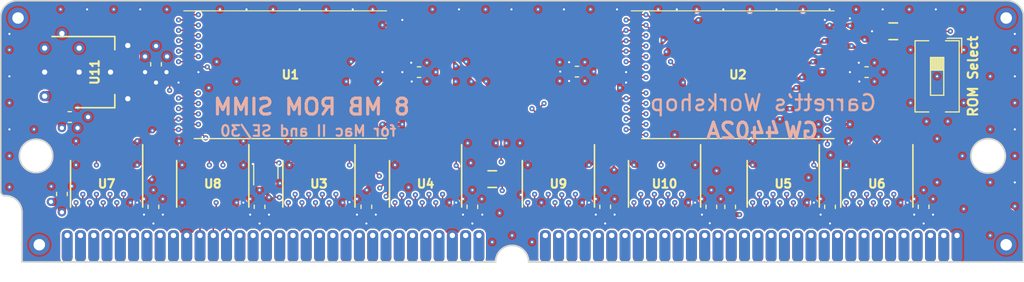
<source format=kicad_pcb>
(kicad_pcb (version 20221018) (generator pcbnew)
  (layers (0 "F.Cu" signal) (1 "In1.Cu" power) (2 "In2.Cu" signal) (31 "B.Cu" power) (34 "B.Paste" user) (35 "F.Paste" user) (36 "B.SilkS" user "B.Silkscreen") (37 "F.SilkS" user "F.Silkscreen") (38 "B.Mask" user) (39 "F.Mask" user) (44 "Edge.Cuts" user))
  (net 0 "")
  (net 1 "+5V")
  (net 2 "/D0")
  (net 3 "/D1")
  (net 4 "/~{WE}")
  (net 5 "/D2")
  (net 6 "/D3")
  (net 7 "GND")
  (net 8 "/D4")
  (net 9 "/D5")
  (net 10 "/D6")
  (net 11 "/A11")
  (net 12 "/D7")
  (net 13 "/A0")
  (net 14 "/A1")
  (net 15 "/A2")
  (net 16 "/A3")
  (net 17 "/A4")
  (net 18 "/A5")
  (net 19 "/A6")
  (net 20 "/A7")
  (net 21 "/~{CS}")
  (net 22 "/~{OE}")
  (net 23 "/D8")
  (net 24 "/D9")
  (net 25 "/D10")
  (net 26 "/D11")
  (net 27 "/D12")
  (net 28 "/D13")
  (net 29 "/D14")
  (net 30 "/D15")
  (net 31 "/A8")
  (net 32 "/A9")
  (net 33 "/A10")
  (net 34 "/A12")
  (net 35 "/A13")
  (net 36 "/A14")
  (net 37 "/A15")
  (net 38 "/A16")
  (net 39 "/A17")
  (net 40 "/A18")
  (net 41 "/A19")
  (net 42 "/A20")
  (net 43 "/A21")
  (net 44 "/A22")
  (net 45 "/D16")
  (net 46 "/D17")
  (net 47 "/D18")
  (net 48 "/D19")
  (net 49 "/D20")
  (net 50 "/D21")
  (net 51 "/D22")
  (net 52 "/D23")
  (net 53 "/D24")
  (net 54 "/D25")
  (net 55 "/D26")
  (net 56 "/D27")
  (net 57 "/D28")
  (net 58 "/D29")
  (net 59 "/D30")
  (net 60 "/D31")
  (net 61 "+3V3")
  (net 62 "/RD7")
  (net 63 "/RD6")
  (net 64 "/RD5")
  (net 65 "/RD4")
  (net 66 "/RD3")
  (net 67 "/RD2")
  (net 68 "/RD1")
  (net 69 "/RD0")
  (net 70 "/RD8")
  (net 71 "/RD9")
  (net 72 "/RD10")
  (net 73 "/RD11")
  (net 74 "/RD12")
  (net 75 "/RD13")
  (net 76 "/RD14")
  (net 77 "/RD15")
  (net 78 "/RD23")
  (net 79 "/RD22")
  (net 80 "/RD21")
  (net 81 "/RD20")
  (net 82 "/RD19")
  (net 83 "/RD18")
  (net 84 "/RD17")
  (net 85 "/RD16")
  (net 86 "/RD24")
  (net 87 "/RD25")
  (net 88 "/RD26")
  (net 89 "/RD27")
  (net 90 "/RD28")
  (net 91 "/RD29")
  (net 92 "/RD30")
  (net 93 "/RD31")
  (net 94 "/RA7")
  (net 95 "/RA6")
  (net 96 "/RA5")
  (net 97 "/RA4")
  (net 98 "/RA3")
  (net 99 "/RA2")
  (net 100 "/RA1")
  (net 101 "/RA0")
  (net 102 "/R~{CS}")
  (net 103 "/R~{OE}")
  (net 104 "/R~{WE}")
  (net 105 "Net-(U8-Pad5)")
  (net 106 "Net-(U8-Pad7)")
  (net 107 "/RA8")
  (net 108 "/RA9")
  (net 109 "/RA17")
  (net 110 "/RA16")
  (net 111 "/RA15")
  (net 112 "/RA14")
  (net 113 "/RA13")
  (net 114 "/RA12")
  (net 115 "/RA11")
  (net 116 "/RA10")
  (net 117 "/RA18")
  (net 118 "/RA19")
  (net 119 "/RA20")
  (net 120 "/RA21")
  (net 121 "/RA22")
  (net 122 "Net-(U8-Pad8)")
  (net 123 "Net-(U8-Pad9)")
  (net 124 "Net-(U9-Pad7)")
  (net 125 "Net-(U1-Pad15)")
  (net 126 "Net-(U2-Pad15)")
  (net 127 "Net-(U8-Pad3)")
  (net 128 "Net-(J1-Pad63)")
  (net 129 "/RA23")
  (net 130 "/Ddir")
  (net 131 "/DdirR")
  (footprint "stdpads:PasteHole_1.1mm_PTH" (layer "F.Cu") (at 73.406 104.267)
    (fp_text reference "H1")
    (fp_text value " " hide)
  )
  (footprint "stdpads:PasteHole_1.1mm_PTH" (layer "F.Cu") (at 167.894 125.984)
    (fp_text reference "H3")
    (fp_text value " " hide)
  )
  (footprint "stdpads:PasteHole_1.1mm_PTH" (layer "F.Cu") (at 75.438 125.984)
    (fp_text reference "H2")
    (fp_text value " " hide)
  )
  (footprint "stdpads:Fiducial" (layer "F.Cu") (at 75.438 123.444)
    (fp_text reference "FID2" hide)
    (fp_text value "Fiducial" hide)
  )
  (footprint "stdpads:C_0603" (layer "F.Cu") (at 154.55 109.45)
    (fp_text reference "C5")
    (fp_text value "2u2")
  )
  (footprint "stdpads:C_0603" (layer "F.Cu") (at 96.5 122.35 90)
    (fp_text reference "C7")
    (fp_text value "2u2")
  )
  (footprint "stdpads:C_0603" (layer "F.Cu") (at 116.85 122.35 90)
    (fp_text reference "C9")
    (fp_text value "2u2")
  )
  (footprint "stdpads:C_0603" (layer "F.Cu") (at 139.7 122.35 90)
    (fp_text reference "C11")
    (fp_text value "2u2")
  )
  (footprint "stdpads:C_0603" (layer "F.Cu") (at 151.05 122.35 90)
    (fp_text reference "C12")
    (fp_text value "2u2")
  )
  (footprint "stdpads:C_0603" (layer "F.Cu") (at 160 122.35 90)
    (fp_text reference "C13")
    (fp_text value "2u2")
  )
  (footprint "stdpads:TSSOP-20_4.4x6.5mm_P0.65mm" (layer "F.Cu") (at 112.375 120.15 -90)
    (fp_text reference "U4")
    (fp_text value "74AHC245")
  )
  (footprint "stdpads:TSSOP-20_4.4x6.5mm_P0.65mm" (layer "F.Cu") (at 92.025 120.15 -90)
    (fp_text reference "U8")
    (fp_text value "74AHC245")
  )
  (footprint "stdpads:TSSOP-20_4.4x6.5mm_P0.65mm" (layer "F.Cu") (at 146.575 120.15 -90)
    (fp_text reference "U5")
    (fp_text value "74AHC245")
  )
  (footprint "stdpads:MacIIROMSIMM_Edge" (layer "F.Cu") (at 120.65 127.635)
    (fp_text reference "J1" hide)
    (fp_text value "ROM")
  )
  (footprint "stdpads:R_0805" (layer "F.Cu") (at 157.099 105.537)
    (fp_text reference "R1")
    (fp_text value "3k3")
  )
  (footprint "stdpads:TSSOP-20_4.4x6.5mm_P0.65mm" (layer "F.Cu") (at 135.225 120.15 -90)
    (fp_text reference "U10")
    (fp_text value "74AHC245")
  )
  (footprint "stdpads:TSSOP-20_4.4x6.5mm_P0.65mm" (layer "F.Cu") (at 155.525 120.15 -90)
    (fp_text reference "U6")
    (fp_text value "74AHC245")
  )
  (footprint "stdpads:C_0603" (layer "F.Cu") (at 111.75 109.45)
    (fp_text reference "C4")
    (fp_text value "2u2")
  )
  (footprint "stdpads:TSOP-I-48_18.4x12mm_P0.5mm" (layer "F.Cu") (at 99.45 109.7)
    (fp_text reference "U1")
    (fp_text value "MX29LV640")
  )
  (footprint "stdpads:TSSOP-20_4.4x6.5mm_P0.65mm" (layer "F.Cu") (at 102.175 120.15 -90)
    (fp_text reference "U3")
    (fp_text value "74AHC245")
  )
  (footprint "stdpads:C_0603" (layer "F.Cu") (at 78.35 113.75)
    (fp_text reference "C3")
    (fp_text value "2u2")
  )
  (footprint "stdpads:SOT-223" (layer "F.Cu") (at 80.75 109.45)
    (fp_text reference "U11")
    (fp_text value "LD1117S33")
  )
  (footprint "stdpads:TSOP-I-48_18.4x12mm_P0.5mm" (layer "F.Cu") (at 142.24 109.7)
    (fp_text reference "U2")
    (fp_text value "MX29LV640")
  )
  (footprint "stdpads:C_0603" (layer "F.Cu") (at 86.35 122.35 90)
    (fp_text reference "C6")
    (fp_text value "2u2")
  )
  (footprint "stdpads:TSSOP-20_4.4x6.5mm_P0.65mm" (layer "F.Cu") (at 81.875 120.15 -90)
    (fp_text reference "U7")
    (fp_text value "74AHC245")
  )
  (footprint "stdpads:C_0603" (layer "F.Cu") (at 106.7135 122.35 90)
    (fp_text reference "C8")
    (fp_text value "2u2")
  )
  (footprint "stdpads:TSSOP-20_4.4x6.5mm_P0.65mm" (layer "F.Cu") (at 125.075 120.15 -90)
    (fp_text reference "U9")
    (fp_text value "74AHC245")
  )
  (footprint "stdpads:C_0603" (layer "F.Cu") (at 129.55 122.35 90)
    (fp_text reference "C10")
    (fp_text value "2u2")
  )
  (footprint "stdpads:C_0603" (layer "F.Cu") (at 141.5 122.35 90)
    (fp_text reference "C2")
    (fp_text value "2u2")
  )
  (footprint "stdpads:C_0603" (layer "F.Cu") (at 86.6 108.7 90)
    (fp_text reference "C14")
    (fp_text value "2u2")
  )
  (footprint "stdpads:Fiducial" (layer "F.Cu") (at 167.894 123.444)
    (fp_text reference "FID3" hide)
    (fp_text value "Fiducial" hide)
  )
  (footprint "stdpads:Fiducial" (layer "F.Cu") (at 165.354 104.267)
    (fp_text reference "FID4" hide)
    (fp_text value "Fiducial" hide)
  )
  (footprint "stdpads:Fiducial" (layer "F.Cu") (at 75.946 104.267)
    (fp_text reference "FID1" hide)
    (fp_text value "Fiducial" hide)
  )
  (footprint "stdpads:PasteHole_1.1mm_PTH" (layer "F.Cu") (at 167.894 104.267)
    (fp_text reference "H4")
    (fp_text value " " hide)
  )
  (footprint "stdpads:C_0603" (layer "F.Cu") (at 126.85 109.4)
    (fp_text reference "C15")
    (fp_text value "2u2")
  )
  (footprint "stdpads:C_0603" (layer "F.Cu") (at 77.6 121.123 90)
    (fp_text reference "C1")
    (fp_text value "2u2")
  )
  (footprint "stdpads:SOT-353" (layer "F.Cu") (at 97.1 118.95 90)
    (fp_text reference "U12")
    (fp_text value "74LVC1G02GW")
  )
  (footprint "stdpads:R_0805" (layer "F.Cu") (at 118.75 119.7 180)
    (fp_text reference "R2")
    (fp_text value "100")
  )
  (footprint "Button_Switch_SMD:SW_DIP_SPSTx01_Slide_6.7x4.1mm_W8.61mm_P2.54mm_LowProfile" (layer "F.Cu") (at 161.29 109.855 -90)
    (fp_text reference "SW1")
    (fp_text value "ROM Select")
  )
  (gr_arc (start 119.0625 127.635) (mid 120.65 126.0475) (end 122.2375 127.635) (stroke (width 0.15)) (layer "Edge.Cuts"))
  (gr_arc (start 72.1995 121.285) (mid 73.322032 121.749968) (end 73.787 122.8725) (stroke (width 0.15)) (layer "Edge.Cuts"))
  (gr_line (start 71.755 120.904) (end 71.755 104.14) (stroke (width 0.15)) (layer "Edge.Cuts"))
  (gr_line (start 169.545 127.635) (end 169.545 104.14) (stroke (width 0.15)) (layer "Edge.Cuts"))
  (gr_line (start 122.2375 127.635) (end 169.545 127.635) (stroke (width 0.15)) (layer "Edge.Cuts"))
  (gr_line (start 73.787 127.635) (end 119.0625 127.635) (stroke (width 0.15)) (layer "Edge.Cuts"))
  (gr_line (start 73.787 122.8725) (end 73.787 127.635) (stroke (width 0.15)) (layer "Edge.Cuts"))
  (gr_line (start 72.136 121.285) (end 72.1995 121.285) (stroke (width 0.15)) (layer "Edge.Cuts"))
  (gr_line (start 73.279 102.616) (end 168.021 102.616) (stroke (width 0.15)) (layer "Edge.Cuts"))
  (gr_circle (center 166.1668 117.475) (end 167.8178 117.475) (stroke (width 0.15)) (fill none) (layer "Edge.Cuts"))
  (gr_circle (center 75.1332 117.475) (end 76.7332 117.475) (stroke (width 0.15)) (fill none) (layer "Edge.Cuts"))
  (gr_arc (start 71.755 104.14) (mid 72.201369 103.062369) (end 73.279 102.616) (stroke (width 0.15)) (layer "Edge.Cuts"))
  (gr_arc (start 72.136 121.285) (mid 71.866592 121.173408) (end 71.755 120.904) (stroke (width 0.15)) (layer "Edge.Cuts"))
  (gr_arc (start 168.021 102.616) (mid 169.098631 103.062369) (end 169.545 104.14) (stroke (width 0.15)) (layer "Edge.Cuts"))
  (gr_text "for Mac II and SE/30" (at 101.1428 115.0874) (layer "B.SilkS") (effects (font (size 1.016 1.016) (thickness 0.2032)) (justify mirror)))
  (gr_text "8 MB ROM SIMM" (at 101.473 112.776) (layer "B.SilkS") (effects (font (size 1.524 1.524) (thickness 0.3)) (justify mirror)))
  (gr_text "Garrett’s Workshop" (at 144.653 112.395) (layer "B.SilkS") (effects (font (size 1.524 1.524) (thickness 0.225)) (justify mirror)))
  (gr_text "4402A" (at 146.452286 115.062) (layer "B.SilkS") (effects (font (size 1.5 1.5) (thickness 0.3)) (justify left mirror)))
  (gr_text "GW" (at 146.472714 115.062) (layer "B.SilkS") (effects (font (size 1.5 1.5) (thickness 0.3)) (justify right mirror)))
  (segment (start 77.6 111.75) (end 75.95 111.75) (width 1) (layer "F.Cu") (net 1))
  (segment (start 77.6 121.873) (end 76.55 121.873) (width 0.8) (layer "F.Cu") (net 1))
  (segment (start 77.6 113.75) (end 77.6 114.8) (width 0.8) (layer "F.Cu") (net 1))
  (segment (start 77.6 113.75) (end 77.6 111.75) (width 0.8) (layer "F.Cu") (net 1))
  (segment (start 141.5 123.1) (end 142.4 123.1) (width 0.5) (layer "F.Cu") (net 1))
  (segment (start 77.6 121.873) (end 77.6 122.873) (width 0.8) (layer "F.Cu") (net 1))
  (via (at 76.55 121.873) (size 0.8) (drill 0.4) (layers "F.Cu" "B.Cu") (net 1))
  (via (at 142.4 123.1) (size 0.5) (drill 0.2) (layers "F.Cu" "B.Cu") (net 1))
  (via (at 75.95 111.75) (size 1) (drill 0.5) (layers "F.Cu" "B.Cu") (net 1))
  (via (at 77.6 122.873) (size 0.8) (drill 0.4) (layers "F.Cu" "B.Cu") (net 1))
  (via (at 77.6 114.8) (size 0.8) (drill 0.4) (layers "F.Cu" "B.Cu") (net 1))
  (segment (start 99.25 123.1) (end 99.25 121.95) (width 0.15) (layer "F.Cu") (net 2))
  (via (at 99.25 121.95) (size 0.5) (drill 0.2) (layers "F.Cu" "B.Cu") (net 2))
  (segment (start 99.9 123.1) (end 99.9 121.15) (width 0.15) (layer "F.Cu") (net 3))
  (via (at 99.9 121.15) (size 0.5) (drill 0.2) (layers "F.Cu" "B.Cu") (net 3))
  (segment (start 93.65 123.1) (end 93.65 124) (width 0.15) (layer "F.Cu") (net 4))
  (segment (start 93.345 124.305) (end 93.345 125.095) (width 0.15) (layer "F.Cu") (net 4))
  (segment (start 93.65 124) (end 93.345 124.305) (width 0.15) (layer "F.Cu") (net 4))
  (segment (start 100.55 123.1) (end 100.55 121.95) (width 0.15) (layer "F.Cu") (net 5))
  (via (at 100.55 121.95) (size 0.5) (drill 0.2) (layers "F.Cu" "B.Cu") (net 5))
  (segment (start 101.2 123.1) (end 101.2 121.15) (width 0.15) (layer "F.Cu") (net 6))
  (via (at 101.2 121.15) (size 0.5) (drill 0.2) (layers "F.Cu" "B.Cu") (net 6))
  (segment (start 84.15 123.1) (end 84.15 121.95) (width 0.4) (layer "F.Cu") (net 7))
  (segment (start 78.95 117.2) (end 78.95 118.35) (width 0.4) (layer "F.Cu") (net 7))
  (segment (start 86.35 121.6) (end 85.45 121.6) (width 0.5) (layer "F.Cu") (net 7))
  (segment (start 84.8 117.2) (end 84.8 118.35) (width 0.4) (layer "F.Cu") (net 7))
  (segment (start 123.45 123.1) (end 123.45 121.95) (width 0.4) (layer "F.Cu") (net 7))
  (segment (start 122.15 117.2) (end 122.15 118.35) (width 0.4) (layer "F.Cu") (net 7))
  (segment (start 128 117.2) (end 128 118.35) (width 0.4) (layer "F.Cu") (net 7))
  (segment (start 139.7 121.6) (end 139.7 120.75) (width 0.5) (layer "F.Cu") (net 7))
  (segment (start 160 121.6) (end 160 120.75) (width 0.5) (layer "F.Cu") (net 7))
  (segment (start 109.45 117.2) (end 109.05 117.2) (width 0.4) (layer "F.Cu") (net 7))
  (segment (start 96.5 121.6) (end 97.25 121.6) (width 0.5) (layer "F.Cu") (net 7))
  (segment (start 97.75 119.8) (end 98.15 119.8) (width 0.4) (layer "F.Cu") (net 7))
  (segment (start 143.65 117.2) (end 143.65 118.35) (width 0.4) (layer "F.Cu") (net 7))
  (segment (start 77.6 107.15) (end 75.95 107.15) (width 1) (layer "F.Cu") (net 7))
  (segment (start 78.95 117.2) (end 78.55 117.2) (width 0.4) (layer "F.Cu") (net 7))
  (segment (start 116.85 121.6) (end 115.95 121.6) (width 0.5) (layer "F.Cu") (net 7))
  (segment (start 148.85 123.1) (end 148.85 124) (width 0.4) (layer "F.Cu") (net 7))
  (segment (start 114.65 123.1) (end 114.65 124) (width 0.4) (layer "F.Cu") (net 7))
  (segment (start 139.7 121.6) (end 138.8 121.6) (width 0.5) (layer "F.Cu") (net 7))
  (segment (start 77.6 120.373) (end 76.604 120.373) (width 0.5) (layer "F.Cu") (net 7))
  (segment (start 138.15 117.2) (end 138.15 116.3) (width 0.4) (layer "F.Cu") (net 7))
  (segment (start 127.6 109.4) (end 127.6 110.3) (width 0.5) (layer "F.Cu") (net 7))
  (segment (start 109.2 114.45) (end 108.25 114.45) (width 0.3) (layer "F.Cu") (net 7))
  (segment (start 161.29 114.16) (end 162.293 114.16) (width 0.5) (layer "F.Cu") (net 7))
  (segment (start 99.25 118.25) (end 99.25 117.2) (width 0.4) (layer "F.Cu") (net 7))
  (segment (start 152.6 117.2) (end 152.6 118.35) (width 0.4) (layer "F.Cu") (net 7))
  (segment (start 160 121.6) (end 160.9 121.6) (width 0.5) (layer "F.Cu") (net 7))
  (segment (start 129.55 121.6) (end 130.45 121.6) (width 0.5) (layer "F.Cu") (net 7))
  (segment (start 84.15 123.1) (end 84.15 124) (width 0.4) (layer "F.Cu") (net 7))
  (segment (start 79.1 113.75) (end 79.1 112.85) (width 0.5) (layer "F.Cu") (net 7))
  (segment (start 86.6 107.95) (end 86.6 106.95) (width 0.8) (layer "F.Cu") (net 7))
  (segment (start 128 117.2) (end 128 116.3) (width 0.4) (layer "F.Cu") (net 7))
  (segment (start 152.9 104.95) (end 152.95 105) (width 0.3) (layer "F.Cu") (net 7))
  (segment (start 132.3 117.2) (end 132.3 116.3) (width 0.4) (layer "F.Cu") (net 7))
  (segment (start 162.293 114.16) (end 162.306 114.173) (width 0.5) (layer "F.Cu") (net 7))
  (segment (start 84.8 117.2) (end 84.8 116.05) (width 0.4) (layer "F.Cu") (net 7))
  (segment (start 152.6 116.25) (end 152.8 116.05) (width 0.4) (layer "F.Cu") (net 7))
  (segment (start 116.85 121.6) (end 116.85 120.75) (width 0.5) (layer "F.Cu") (net 7))
  (segment (start 151 104.95) (end 151.99 104.95) (width 0.25) (layer "F.Cu") (net 7))
  (segment (start 109.45 117.2) (end 109.45 118.35) (width 0.4) (layer "F.Cu") (net 7))
  (segment (start 112.5 109.45) (end 112.5 108.55) (width 0.5) (layer "F.Cu") (net 7))
  (segment (start 99.35 118.35) (end 99.25 118.25) (width 0.4) (layer "F.Cu") (net 7))
  (segment (start 139.7 121.6) (end 140.6 121.6) (width 0.5) (layer "F.Cu") (net 7))
  (segment (start 143.65 116.05) (end 143.65 117.2) (width 0.4) (layer "F.Cu") (net 7))
  (segment (start 143.65 117.2) (end 143.25 117.2) (width 0.4) (layer "F.Cu") (net 7))
  (segment (start 160 121.6) (end 159.1 121.6) (width 0.5) (layer "F.Cu") (net 7))
  (segment (start 127.35 123.1) (end 127.35 121.95) (width 0.4) (layer "F.Cu") (net 7))
  (segment (start 148.85 123.1) (end 148.85 121.95) (width 0.4) (layer "F.Cu") (net 7))
  (segment (start 132.3 117.2) (end 132.3 118.35) (width 0.4) (layer "F.Cu") (net 7))
  (segment (start 151.05 121.6) (end 150.15 121.6) (width 0.5) (layer "F.Cu") (net 7))
  (segment (start 151.99 104.95) (end 152.9 104.95) (width 0.3) (layer "F.Cu") (net 7))
  (segment (start 77.6 107.15) (end 79.25 107.15) (width 1) (layer "F.Cu") (net 7))
  (segment (start 161.29 114.16) (end 160.287 114.16) (width 0.5) (layer "F.Cu") (net 7))
  (segment (start 141.5 121.6) (end 140.6 121.6) (width 0.5) (layer "F.Cu") (net 7))
  (segment (start 112.5 109.45) (end 113.35 109.45) (width 0.5) (layer "F.Cu") (net 7))
  (segment (start 86.35 121.6) (end 86.35 120.75) (width 0.5) (layer "F.Cu") (net 7))
  (segment (start 77.6 107.15) (end 77.6 105.75) (width 1) (layer "F.Cu") (net 7))
  (segment (start 79.1 113.75) (end 79.1 114.8) (width 0.8) (layer "F.Cu") (net 7))
  (segment (start 99.25 117.2) (end 99.25 116.05) (width 0.4) (layer "F.Cu") (net 7))
  (segment (start 155.3 109.45) (end 155.3 110.35) (width 0.5) (layer "F.Cu") (net 7))
  (segment (start 152.6 117.2) (end 152.6 116.25) (width 0.4) (layer "F.Cu") (net 7))
  (segment (start 94.95 117.2) (end 94.95 118.35) (width 0.4) (layer "F.Cu") (net 7))
  (segment (start 96.5 121.6) (end 96.5 120.75) (width 0.5) (layer "F.Cu") (net 7))
  (segment (start 109.2 104.95) (end 108.25 104.95) (width 0.3) (layer "F.Cu") (net 7))
  (segment (start 109.45 117.2) (end 109.45 116.3) (width 0.4) (layer "F.Cu") (net 7))
  (segment (start 127.35 123.1) (end 127.35 124) (width 0.4) (layer "F.Cu") (net 7))
  (segment (start 96.5 121.6) (end 95.6 121.6) (width 0.5) (layer "F.Cu") (net 7))
  (segment (start 106.7135 121.6) (end 105.8135 121.6) (width 0.5) (layer "F.Cu") (net 7))
  (segment (start 160.287 114.16) (end 160.274 114.173) (width 0.5) (layer "F.Cu") (net 7))
  (segment (start 86.6 107.95) (end 85.55 107.95) (width 0.8) (layer "F.Cu") (net 7))
  (segment (start 89.1 123.1) (end 89.1 124) (width 0.4) (layer "F.Cu") (net 7))
  (segment (start 152.6 117.2) (end 152.2 117.2) (width 0.4) (layer "F.Cu") (net 7))
  (segment (start 161.29 114.16) (end 161.29 115.824) (width 0.5) (layer "F.Cu") (net 7))
  (segment (start 88.9 116.05) (end 88.8 116.05) (width 0.4) (layer "F.Cu") (net 7))
  (segment (start 138.15 117.2) (end 138.55 117.2) (width 0.4) (layer "F.Cu") (net 7))
  (segment (start 99.25 117.2) (end 98.85 117.2) (width 0.4) (layer "F.Cu") (net 7))
  (segment (start 94.3 123.1) (end 94.3 121.95) (width 0.4) (layer "F.Cu") (net 7))
  (segment (start 89.1 116.25) (end 88.9 116.05) (width 0.4) (layer "F.Cu") (net 7))
  (segment (start 109.2 114.45) (end 110.15 114.45) (width 0.3) (layer "F.Cu") (net 7))
  (segment (start 84.8 117.2) (end 85.2 117.2) (width 0.4) (layer "F.Cu") (net 7))
  (segment (start 76.604 120.373) (end 76.581 120.396) (width 0.5) (layer "F.Cu") (net 7))
  (segment (start 77.6 120.373) (end 78.55 120.373) (width 0.5) (layer "F.Cu") (net 7))
  (segment (start 137.5 123.1) (end 137.5 121.95) (width 0.4) (layer "F.Cu") (net 7))
  (segment (start 89.1 123.1) (end 89.1 121.95) (width 0.4) (layer "F.Cu") (net 7))
  (segment (start 116.85 121.6) (end 117.75 121.6) (width 0.5) (layer "F.Cu") (net 7))
  (segment (start 137.5 123.1) (end 137.5 124) (width 0.4) (layer "F.Cu") (net 7))
  (segment (start 97.25 121.6) (end 97.4 121.45) (width 0.5) (layer "F.Cu") (net 7))
  (segment (start 128 117.2) (end 128.4 117.2) (width 0.4) (layer "F.Cu") (net 7))
  (segment (start 129.55 121.6) (end 129.55 120.75) (width 0.5) (layer "F.Cu") (net 7))
  (segment (start 104.45 123.1) (end 104.45 124) (width 0.4) (layer "F.Cu") (net 7))
  (segment (start 122.15 117.2) (end 122.15 116.3) (width 0.4) (layer "F.Cu") (net 7))
  (segment (start 104.45 123.1) (end 104.45 121.95) (width 0.4) (layer "F.Cu") (net 7))
  (segment (start 94.95 117.2) (end 95.35 117.2) (width 0.4) (layer "F.Cu") (net 7))
  (segment (start 89.1 123.1) (end 88.7 123.1) (width 0.4) (layer "F.Cu") (net 7))
  (segment (start 151.99 114.45) (end 152.95 114.45) (width 0.15) (layer "F.Cu") (net 7))
  (segment (start 157.8 123.1) (end 157.8 124) (width 0.4) (layer "F.Cu") (net 7))
  (segment (start 106.7135 120.7865) (end 106.75 120.75) (width 0.5) (layer "F.Cu") (net 7))
  (segment (start 94.95 117.2) (end 94.95 116.05) (width 0.4) (layer "F.Cu") (net 7))
  (segment (start 89.1 117.2) (end 89.1 116.25) (width 0.4) (layer "F.Cu") (net 7))
  (segment (start 79.1 113.75) (end 80.1 113.75) (width 0.8) (layer "F.Cu") (net 7))
  (segment (start 89.1 117.2) (end 89.1 118.35) (width 0.4) (layer "F.Cu") (net 7))
  (segment (start 86.35 121.6) (end 87.25 121.6) (width 0.5) (layer "F.Cu") (net 7))
  (segment (start 89.1 117.2) (end 88.7 117.2) (width 0.4) (layer "F.Cu") (net 7))
  (segment (start 86.6 107.95) (end 87.65 107.95) (width 0.8) (layer "F.Cu") (net 7))
  (segment (start 94.3 123.1) (end 94.3 124) (width 0.4) (layer "F.Cu") (net 7))
  (segment (start 122.15 117.2) (end 121.75 117.2) (width 0.4) (layer "F.Cu") (net 7))
  (segment (start 78.95 117.2) (end 78.95 116.05) (width 0.4) (layer "F.Cu") (net 7))
  (segment (start 127.6 109.4) (end 127.6 108.5) (width 0.5) (layer "F.Cu") (net 7))
  (segment (start 155.3 109.45) (end 156.15 109.45) (width 0.5) (layer "F.Cu") (net 7))
  (segment (start 112.5 109.45) (end 112.5 110.35) (width 0.5) (layer "F.Cu") (net 7))
  (segment (start 129.55 121.6) (end 128.65 121.6) (width 0.5) (layer "F.Cu") (net 7))
  (segment (start 157.8 123.1) (end 157.8 121.95) (width 0.4) (layer "F.Cu") (net 7))
  (segment (start 114.65 123.1) (end 114.65 121.95) (width 0.4) (layer "F.Cu") (net 7))
  (segment (start 141.5 121.6) (end 141.5 120.75) (width 0.5) (layer "F.Cu") (net 7))
  (segment (start 127.6 109.4) (end 128.45 109.4) (width 0.5) (layer "F.Cu") (net 7))
  (segment (start 132.3 117.2) (end 131.9 117.2) (width 0.4) (layer "F.Cu") (net 7))
  (segment (start 98.15 119.8) (end 98.45 120.1) (width 0.4) (layer "F.Cu") (net 7))
  (segment (start 155.3 109.45) (end 155.3 108.55) (width 0.5) (layer "F.Cu") (net 7))
  (segment (start 106.7135 121.6) (end 106.7135 120.7865) (width 0.5) (layer "F.Cu") (net 7))
  (segment (start 138.15 117.2) (end 138.15 118.35) (width 0.4) (layer "F.Cu") (net 7))
  (via (at 77.47 103.4415) (size 0.508) (drill 0.2) (layers "F.Cu" "B.Cu") (net 7))
  (via (at 72.5805 107.315) (size 0.508) (drill 0.2) (layers "F.Cu" "B.Cu") (net 7))
  (via (at 72.5805 112.395) (size 0.508) (drill 0.2) (layers "F.Cu" "B.Cu") (net 7))
  (via (at 72.5805 117.475) (size 0.508) (drill 0.2) (layers "F.Cu" "B.Cu") (net 7))
  (via (at 72.5805 120.4595) (size 0.508) (drill 0.2) (layers "F.Cu" "B.Cu") (net 7))
  (via (at 168.7195 107.315) (size 0.508) (drill 0.2) (layers "F.Cu" "B.Cu") (net 7))
  (via (at 168.7195 112.395) (size 0.508) (drill 0.2) (layers "F.Cu" "B.Cu") (net 7))
  (via (at 168.7195 117.475) (size 0.508) (drill 0.2) (layers "F.Cu" "B.Cu") (net 7))
  (via (at 168.7195 122.301) (size 0.508) (drill 0.2) (layers "F.Cu" "B.Cu") (net 7))
  (via (at 120.65 125.095) (size 0.508) (drill 0.2) (layers "F.Cu" "B.Cu") (net 7))
  (via (at 118.745 125.73) (size 0.508) (drill 0.2) (layers "F.Cu" "B.Cu") (net 7))
  (via (at 122.555 125.73) (size 0.508) (drill 0.2) (layers "F.Cu" "B.Cu") (net 7))
  (via (at 74.93 114.935) (size 0.508) (drill 0.2) (layers "F.Cu" "B.Cu") (net 7))
  (via (at 166.37 109.855) (size 0.508) (drill 0.2) (layers "F.Cu" "B.Cu") (net 7))
  (via (at 166.37 114.935) (size 0.508) (drill 0.2) (layers "F.Cu" "B.Cu") (net 7))
  (via (at 166.37 120.015) (size 0.508) (drill 0.2) (layers "F.Cu" "B.Cu") (net 7))
  (via (at 166.37 125.095) (size 0.508) (drill 0.2) (layers "F.Cu" "B.Cu") (net 7))
  (via (at 76.581 120.396) (size 0.508) (drill 0.2) (layers "F.Cu" "B.Cu") (net 7))
  (via (at 110.75 120.49) (size 0.508) (drill 0.2) (layers "F.Cu" "B.Cu") (net 7))
  (via (at 155.525 115.9) (size 0.5) (drill 0.2) (layers "F.Cu" "B.Cu") (net 7))
  (via (at 143.383 103.4415) (size 0.508) (drill 0.2) (layers "F.Cu" "B.Cu") (net 7))
  (via (at 138.303 103.4415) (size 0.508) (drill 0.2) (layers "F.Cu" "B.Cu") (net 7))
  (via (at 134.62 103.4415) (size 0.508) (drill 0.2) (layers "F.Cu" "B.Cu") (net 7))
  (via (at 82.55 103.4415) (size 0.508) (drill 0.2) (layers "F.Cu" "B.Cu") (net 7))
  (via (at 87.63 103.4415) (size 0.508) (drill 0.2) (layers "F.Cu" "B.Cu") (net 7))
  (via (at 97.79 103.4415) (size 0.508) (drill 0.2) (layers "F.Cu" "B.Cu") (net 7))
  (via (at 92.71 103.4415) (size 0.508) (drill 0.2) (layers "F.Cu" "B.Cu") (net 7))
  (via (at 102.87 103.4415) (size 0.508) (drill 0.2) (layers "F.Cu" "B.Cu") (net 7))
  (via (at 118.11 103.4415) (size 0.508) (drill 0.2) (layers "F.Cu" "B.Cu") (net 7))
  (via (at 113.03 103.4415) (size 0.508) (drill 0.2) (layers "F.Cu" "B.Cu") (net 7))
  (via (at 123.1265 103.4415) (size 0.508) (drill 0.2) (layers "F.Cu" "B.Cu") (net 7))
  (via (at 115.25 108.85) (size 0.508) (drill 0.2) (layers "F.Cu" "B.Cu") (net 7))
  (via (at 116.75 110.35) (size 0.508) (drill 0.2) (layers "F.Cu" "B.Cu") (net 7))
  (via (at 115.25 110.35) (size 0.508) (drill 0.2) (layers "F.Cu" "B.Cu") (net 7))
  (via (at 118.15 110.35) (size 0.508) (drill 0.2) (layers "F.Cu" "B.Cu") (net 7))
  (via (at 105.25 108.45) (size 0.508) (drill 0.2) (layers "F.Cu" "B.Cu") (net 7))
  (via (at 107.85 110.35) (size 0.508) (drill 0.2) (layers "F.Cu" "B.Cu") (net 7))
  (via (at 92.4 108.45) (size 0.508) (drill 0.2) (layers "F.Cu" "B.Cu") (net 7))
  (via (at 94.3 110.35) (size 0.508) (drill 0.2) (layers "F.Cu" "B.Cu") (net 7))
  (via (at 116.25 108.45) (size 0.508) (drill 0.2) (layers "F.Cu" "B.Cu") (net 7))
  (via (at 127.6 108.5) (size 0.508) (drill 0.2) (layers "F.Cu" "B.Cu") (net 7))
  (via (at 127.6 110.3) (size 0.508) (drill 0.2) (layers "F.Cu" "B.Cu") (net 7))
  (via (at 120.1 116.25) (size 0.508) (drill 0.2) (layers "F.Cu" "B.Cu") (net 7))
  (via (at 119.1 116.25) (size 0.508) (drill 0.2) (layers "F.Cu" "B.Cu") (net 7))
  (via (at 137 110.45) (size 0.508) (drill 0.2) (layers "F.Cu" "B.Cu") (net 7))
  (via (at 135.1 106.4) (size 0.508) (drill 0.2) (layers "F.Cu" "B.Cu") (net 7))
  (via (at 150.5 106.45) (size 0.508) (drill 0.2) (layers "F.Cu" "B.Cu") (net 7))
  (via (at 149.95 107.45) (size 0.508) (drill 0.2) (layers "F.Cu" "B.Cu") (net 7))
  (via (at 149.4 108.45) (size 0.508) (drill 0.2) (layers "F.Cu" "B.Cu") (net 7))
  (via (at 150.3 109.45) (size 0.508) (drill 0.2) (layers "F.Cu" "B.Cu") (net 7))
  (via (at 135.4 107.5) (size 0.508) (drill 0.2) (layers "F.Cu" "B.Cu") (net 7))
  (via (at 154.35 106.35) (size 0.508) (drill 0.2) (layers "F.Cu" "B.Cu") (net 7))
  (via (at 104.8 110.35) (size 0.508) (drill 0.2) (layers "F.Cu" "B.Cu") (net 7))
  (via (at 86.25 115.05) (size 0.5) (drill 0.2) (layers "F.Cu" "B.Cu") (net 7))
  (via (at 86.2 119.75) (size 0.5) (drill 0.2) (layers "F.Cu" "B.Cu") (net 7))
  (via (at 140.2 118.9) (size 0.508) (drill 0.2) (layers "F.Cu" "B.Cu") (net 7))
  (via (at 119.45 122.95) (size 0.508) (drill 0.2) (layers "F.Cu" "B.Cu") (net 7))
  (via (at 121.5 121.2) (size 0.508) (drill 0.2) (layers "F.Cu" "B.Cu") (net 7))
  (via (at 146.25 113.95) (size 0.508) (drill 0.2) (layers "F.Cu" "B.Cu") (net 7))
  (via (at 163.83 112.395) (size 0.508) (drill 0.2) (layers "F.Cu" "B.Cu") (net 7))
  (via (at 163.83 107.315) (size 0.508) (drill 0.2) (layers "F.Cu" "B.Cu") (net 7))
  (via (at 161.29 109.855) (size 0.508) (drill 0.2) (layers "F.Cu" "B.Cu") (net 7))
  (via (at 158.75 107.315) (size 0.508) (drill 0.2) (layers "F.Cu" "B.Cu") (net 7))
  (via (at 158.75 112.395) (size 0.508) (drill 0.2) (layers "F.Cu" "B.Cu") (net 7))
  (via (at 161.29 120.015) (size 0.508) (drill 0.2) (layers "F.Cu" "B.Cu") (net 7))
  (via (at 163.703 117.475) (size 0.508) (drill 0.2) (layers "F.Cu" "B.Cu") (net 7))
  (via (at 163.83 122.555) (size 0.508) (drill 0.2) (layers "F.Cu" "B.Cu") (net 7))
  (via (at 136.2 115.45) (size 0.508) (drill 0.2) (layers "F.Cu" "B.Cu") (net 7))
  (via (at 116.4 116.25) (size 0.508) (drill 0.2) (layers "F.Cu" "B.Cu") (net 7))
  (via (at 91.65 110.95) (size 0.508) (drill 0.2) (layers "F.Cu" "B.Cu") (net 7))
  (via (at 148.35 109.95) (size 0.508) (drill 0.2) (layers "F.Cu" "B.Cu") (net 7))
  (via (at 147.2 112.95) (size 0.508) (drill 0.2) (layers "F.Cu" "B.Cu") (net 7))
  (via (at 78.95 118.35) (size 0.5) (drill 0.2) (layers "F.Cu" "B.Cu") (net 7))
  (via (at 84.15 121.95) (size 0.5) (drill 0.2) (layers "F.Cu" "B.Cu") (net 7))
  (via (at 85.45 121.6) (size 0.5) (drill 0.2) (layers "F.Cu" "B.Cu") (net 7))
  (via (at 84.8 118.35) (size 0.5) (drill 0.2) (layers "F.Cu" "B.Cu") (net 7))
  (via (at 123.45 121.95) (size 0.5) (drill 0.2) (layers "F.Cu" "B.Cu") (net 7))
  (via (at 122.15 118.35) (size 0.5) (drill 0.2) (layers "F.Cu" "B.Cu") (net 7))
  (via (at 128 118.35) (size 0.5) (drill 0.2) (layers "F.Cu" "B.Cu") (net 7))
  (via (at 155.3 108.55) (size 0.5) (drill 0.2) (layers "F.Cu" "B.Cu") (net 7))
  (via (at 130.95 110.95) (size 0.5) (drill 0.2) (layers "F.Cu" "B.Cu") (net 7))
  (via (at 130.4 118.8) (size 0.5) (drill 0.2) (layers "F.Cu" "B.Cu") (net 7))
  (via (at 107.315 103.4415) (size 0.5) (drill 0.2) (layers "F.Cu" "B.Cu") (net 7))
  (via (at 163.703 103.4415) (size 0.508) (drill 0.2) (layers "F.Cu" "B.Cu") (net 7))
  (via (at 158.623 103.4415) (size 0.508) (drill 0.2) (layers "F.Cu" "B.Cu") (net 7))
  (via (at 153.543 103.4415) (size 0.508) (drill 0.2) (layers "F.Cu" "B.Cu") (net 7))
  (via (at 148.463 103.4415) (size 0.508) (drill 0.2) (layers "F.Cu" "B.Cu") (net 7))
  (via (at 125.2 108.5) (size 0.5) (drill 0.2) (layers "F.Cu" "B.Cu") (net 7))
  (via (at 125.2 110.3) (size 0.5) (drill 0.2) (layers "F.Cu" "B.Cu") (net 7))
  (via (at 108.25 114.45) (size 0.5) (drill 0.2) (layers "F.Cu" "B.Cu") (net 7))
  (via (at 149.95 114.45) (size 0.5) (drill 0.2) (layers "F.Cu" "B.Cu") (net 7))
  (via (at 128.143 103.4415) (size 0.508) (drill 0.2) (layers "F.Cu" "B.Cu") (net 7))
  (via (at 153.1 106.95) (size 0.508) (drill 0.2) (layers "F.Cu" "B.Cu") (net 7))
  (via (at 138.45 104.45) (size 0.508) (drill 0.2) (layers "F.Cu" "B.Cu") (net 7))
  (via (at 149.95 115.65) (size 0.5) (drill 0.2) (layers "F.Cu" "B.Cu") (net 7))
  (via (at 149 119.55) (size 0.5) (drill 0.2) (layers "F.Cu" "B.Cu") (net 7))
  (via (at 121.4 116.25) (size 0.508) (drill 0.2) (layers "F.Cu" "B.Cu") (net 7))
  (via (at 116.7 118.15) (size 0.508) (drill 0.2) (layers "F.Cu" "B.Cu") (net 7))
  (via (at 147.8 110.95) (size 0.508) (drill 0.2) (layers "F.Cu" "B.Cu") (net 7))
  (via (at 151.1 117.4) (size 0.5) (drill 0.2) (layers "F.Cu" "B.Cu") (net 7))
  (via (at 87.25 121.6) (size 0.5) (drill 0.2) (layers "F.Cu" "B.Cu") (net 7))
  (via (at 116.85 120.75) (size 0.5) (drill 0.2) (layers "F.Cu" "B.Cu") (net 7))
  (via (at 106.75 120.75) (size 0.5) (drill 0.2) (layers "F.Cu" "B.Cu") (net 7))
  (via (at 112.5 110.35) (size 0.5) (drill 0.2) (layers "F.Cu" "B.Cu") (net 7))
  (via (at 132.3 118.35) (size 0.5) (drill 0.2) (layers "F.Cu" "B.Cu") (net 7))
  (via (at 114.65 121.95) (size 0.5) (drill 0.2) (layers "F.Cu" "B.Cu") (net 7))
  (via (at 86.6 106.95) (size 0.8) (drill 0.4) (layers "F.Cu" "B.Cu") (net 7))
  (via (at 99.25 116.05) (size 0.5) (drill 0.2) (layers "F.Cu" "B.Cu") (net 7))
  (via (at 78.95 116.05) (size 0.5) (drill 0.2) (layers "F.Cu" "B.Cu") (net 7))
  (via (at 79.1 112.85) (size 0.5) (drill 0.2) (layers "F.Cu" "B.Cu") (net 7))
  (via (at 108.25 104.95) (size 0.5) (drill 0.2) (layers "F.Cu" "B.Cu") (net 7))
  (via (at 88.8 116.05) (size 0.5) (drill 0.2) (layers "F.Cu" "B.Cu") (net 7))
  (via (at 97.4 121.45) (size 0.5) (drill 0.2) (layers "F.Cu" "B.Cu") (net 7))
  (via (at 160.9 121.6) (size 0.5) (drill 0.2) (layers "F.Cu" "B.Cu") (net 7))
  (via (at 94.95 116.05) (size 0.5) (drill 0.2) (layers "F.Cu" "B.Cu") (net 7))
  (via (at 85.55 107.95) (size 0.8) (drill 0.4) (layers "F.Cu" "B.Cu") (net 7))
  (via (at 77.6 105.75) (size 1) (drill 0.5) (layers "F.Cu" "B.Cu") (net 7))
  (via (at 148.85 121.95) (size 0.5) (drill 0.2) (layers "F.Cu" "B.Cu") (net 7))
  (via (at 104.45 121.95) (size 0.5) (drill 0.2) (layers "F.Cu" "B.Cu") (net 7))
  (via (at 84.8 116.05) (size 0.5) (drill 0.2) (layers "F.Cu" "B.Cu") (net 7))
  (via (at 156.15 109.45) (size 0.5) (drill 0.2) (layers "F.Cu" "B.Cu") (net 7))
  (via (at 110.15 114.45) (size 0.5) (drill 0.2) (layers "F.Cu" "B.Cu") (net 7))
  (via (at 128.45 109.4) (size 0.5) (drill 0.2) (layers "F.Cu" "B.Cu") (net 7))
  (via (at 129.55 120.75) (size 0.5) (drill 0.2) (layers "F.Cu" "B.Cu") (net 7))
  (via (at 138.8 121.6) (size 0.5) (drill 0.2) (layers "F.Cu" "B.Cu") (net 7))
  (via (at 94.3 121.95) (size 0.5) (drill 0.2) (layers "F.Cu" "B.Cu") (net 7))
  (via (at 87.65 107.95) (size 0.8) (drill 0.4) (layers "F.Cu" "B.Cu") (net 7))
  (via (at 130.45 121.6) (size 0.5) (drill 0.2) (layers "F.Cu" "B.Cu") (net 7))
  (via (at 151 104.95) (size 0.5) (drill 0.2) (layers "F.Cu" "B.Cu") (net 7))
  (via (at 89.1 121.95) (size 0.5) (drill 0.2) (layers "F.Cu" "B.Cu") (net 7))
  (via (at 160.274 114.173) (size 0.5) (drill 0.2) (layers "F.Cu" "B.Cu") (net 7))
  (via (at 95.6 121.6) (size 0.5) (drill 0.2) (layers "F.Cu" "B.Cu") (net 7))
  (via (at 96.5 120.75) (size 0.5) (drill 0.2) (layers "F.Cu" "B.Cu") (net 7))
  (via (at 161.29 115.824) (size 0.5) (drill 0.2) (layers "F.Cu" "B.Cu") (net 7))
  (via (at 94.95 118.35) (size 0.5) (drill 0.2) (layers "F.Cu" "B.Cu") (net 7))
  (via (at 128.65 121.6) (size 0.5) (drill 0.2) (layers "F.Cu" "B.Cu") (net 7))
  (via (at 75.95 107.15) (size 1) (drill 0.5) (layers "F.Cu" "B.Cu") (net 7))
  (via (at 78.55 120.373) (size 0.5) (drill 0.2) (layers "F.Cu" "B.Cu") (net 7))
  (via (at 159.1 121.6) (size 0.5) (drill 0.2) (layers "F.Cu" "B.Cu") (net 7))
  (via (at 157.8 121.95) (size 0.5) (drill 0.2) (layers "F.Cu" "B.Cu") (net 7))
  (via (at 137.5 121.95) (size 0.5) (drill 0.2) (layers "F.Cu" "B.Cu") (net 7))
  (via (at 152.8 116.05) (size 0.5) (drill 0.2) (layers "F.Cu" "B.Cu") (net 7))
  (via (at 138.15 118.35) (size 0.5) (drill 0.2) (layers "F.Cu" "B.Cu") (net 7))
  (via (at 139.7 120.75) (size 0.5) (drill 0.2) (layers "F.Cu" "B.Cu") (net 7))
  (via (at 150.15 121.6) (size 0.5) (drill 0.2) (layers "F.Cu" "B.Cu") (net 7))
  (via (at 143.65 116.05) (size 0.5) (drill 0.2) (layers "F.Cu" "B.Cu") (net 7))
  (via (at 79.1 114.8) (size 0.8) (drill 0.4) (layers "F.Cu" "B.Cu") (net 7))
  (via (at 162.306 114.173) (size 0.5) (drill 0.2) (layers "F.Cu" "B.Cu") (net 7))
  (via (at 109.45 118.35) (size 0.5) (drill 0.2) (layers "F.Cu" "B.Cu") (net 7))
  (via (at 152.95 114.45) (size 0.5) (drill 0.2) (layers "F.Cu" "B.Cu") (net 7))
  (via (at 79.25 107.15) (size 1) (drill 0.5) (layers "F.Cu" "B.Cu") (net 7))
  (via (at 160 120.75) (size 0.5) (drill 0.2) (layers "F.Cu" "B.Cu") (net 7))
  (via (at 143.65 118.35) (size 0.5) (drill 0.2) (layers "F.Cu" "B.Cu") (net 7))
  (via (at 98.45 120.1) (size 0.5) (drill 0.2) (layers "F.Cu" "B.Cu") (net 7))
  (via (at 152.95 105) (size 0.5) (drill 0.2) (layers "F.Cu" "B.Cu") (net 7))
  (via (at 99.35 118.35) (size 0.5) (drill 0.2) (layers "F.Cu" "B.Cu") (net 7))
  (via (at 140.6 121.6) (size 0.5) (drill 0.2) (layers "F.Cu" "B.Cu") (net 7))
  (via (at 113.35 109.45) (size 0.5) (drill 0.2) (layers "F.Cu" "B.Cu") (net 7))
  (via (at 155.3 110.35) (size 0.5) (drill 0.2) (layers "F.Cu" "B.Cu") (net 7))
  (via (at 86.35 120.75) (size 0.5) (drill 0.2) (layers "F.Cu" "B.Cu") (net 7))
  (via (at 115.95 121.6) (size 0.5) (drill 0.2) (layers "F.Cu" "B.Cu") (net 7))
  (via (at 105.8135 121.6) (size 0.5) (drill 0.2) (layers "F.Cu" "B.Cu") (net 7))
  (via (at 112.5 108.55) (size 0.5) (drill 0.2) (layers "F.Cu" "B.Cu") (net 7))
  (via (at 117.75 121.6) (size 0.5) (drill 0.2) (layers "F.Cu" "B.Cu") (net 7))
  (via (at 89.1 118.35) (size 0.5) (drill 0.2) (layers "F.Cu" "B.Cu") (net 7))
  (via (at 80.1 113.75) (size 0.8) (drill 0.4) (layers "F.Cu" "B.Cu") (net 7))
  (via (at 127.35 121.95) (size 0.5) (drill 0.2) (layers "F.Cu" "B.Cu") (net 7))
  (via (at 141.5 120.75) (size 0.5) (drill 0.2) (layers "F.Cu" "B.Cu") (net 7))
  (via (at 152.6 118.35) (size 0.5) (drill 0.2) (layers "F.Cu" "B.Cu") (net 7))
  (segment (start 101.85 123.1) (end 101.85 121.95) (width 0.15) (layer "F.Cu") (net 8))
  (via (at 101.85 121.95) (size 0.5) (drill 0.2) (layers "F.Cu" "B.Cu") (net 8))
  (segment (start 102.5 123.1) (end 102.5 121.15) (width 0.15) (layer "F.Cu") (net 9))
  (via (at 102.5 121.15) (size 0.5) (drill 0.2) (layers "F.Cu" "B.Cu") (net 9))
  (segment (start 103.15 123.1) (end 103.15 121.95) (width 0.15) (layer "F.Cu") (net 10))
  (via (at 103.15 121.95) (size 0.5) (drill 0.2) (layers "F.Cu" "B.Cu") (net 10))
  (segment (start 124.75 123.1) (end 124.75 121.95) (width 0.15) (layer "F.Cu") (net 11))
  (via (at 124.75 121.95) (size 0.5) (drill 0.2) (layers "F.Cu" "B.Cu") (net 11))
  (segment (start 103.8 123.1) (end 103.8 121.15) (width 0.15) (layer "F.Cu") (net 12))
  (via (at 103.8 121.15) (size 0.5) (drill 0.2) (layers "F.Cu" "B.Cu") (net 12))
  (segment (start 78.95 123.1) (end 78.95 121.95) (width 0.15) (layer "F.Cu") (net 13))
  (via (at 78.95 121.95) (size 0.5) (drill 0.2) (layers "F.Cu" "B.Cu") (net 13))
  (segment (start 79.6 123.1) (end 79.6 121.15) (width 0.15) (layer "F.Cu") (net 14))
  (via (at 79.6 121.15) (size 0.5) (drill 0.2) (layers "F.Cu" "B.Cu") (net 14))
  (segment (start 80.25 123.1) (end 80.25 121.95) (width 0.15) (layer "F.Cu") (net 15))
  (via (at 80.25 121.95) (size 0.5) (drill 0.2) (layers "F.Cu" "B.Cu") (net 15))
  (segment (start 80.9 123.1) (end 80.9 121.15) (width 0.15) (layer "F.Cu") (net 16))
  (via (at 80.9 121.15) (size 0.5) (drill 0.2) (layers "F.Cu" "B.Cu") (net 16))
  (segment (start 81.55 123.1) (end 81.55 121.95) (width 0.15) (layer "F.Cu") (net 17))
  (via (at 81.55 121.95) (size 0.5) (drill 0.2) (layers "F.Cu" "B.Cu") (net 17))
  (segment (start 82.2 123.1) (end 82.2 121.15) (width 0.15) (layer "F.Cu") (net 18))
  (via (at 82.2 121.15) (size 0.5) (drill 0.2) (layers "F.Cu" "B.Cu") (net 18))
  (segment (start 82.85 123.1) (end 82.85 121.95) (width 0.15) (layer "F.Cu") (net 19))
  (via (at 82.85 121.95) (size 0.5) (drill 0.2) (layers "F.Cu" "B.Cu") (net 19))
  (segment (start 83.5 123.1) (end 83.5 121.15) (width 0.15) (layer "F.Cu") (net 20))
  (via (at 83.5 121.15) (size 0.5) (drill 0.2) (layers "F.Cu" "B.Cu") (net 20))
  (segment (start 92.15 119.8) (end 91.05 120.9) (width 0.15) (layer "F.Cu") (net 21))
  (segment (start 90.805 124.245) (end 90.805 125.095) (width 0.15) (layer "F.Cu") (net 21))
  (segment (start 96.45 119.8) (end 92.15 119.8) (width 0.15) (layer "F.Cu") (net 21))
  (segment (start 91.05 120.9) (end 91.05 123.1) (width 0.15) (layer "F.Cu") (net 21))
  (segment (start 91.05 124) (end 90.805 124.245) (width 0.15) (layer "F.Cu") (net 21))
  (segment (start 91.05 123.1) (end 91.05 124) (width 0.15) (layer "F.Cu") (net 21))
  (segment (start 92.35 123.1) (end 92.35 124) (width 0.15) (layer "F.Cu") (net 22))
  (segment (start 98.4 121.45) (end 98.1 121.45) (width 0.15) (layer "F.Cu") (net 22))
  (segment (start 92.35 124) (end 92.075 124.275) (width 0.15) (layer "F.Cu") (net 22))
  (segment (start 92.35 121.95) (end 92.35 123.1) (width 0.15) (layer "F.Cu") (net 22))
  (segment (start 98.1 121.45) (end 97.1 120.45) (width 0.15) (layer "F.Cu") (net 22))
  (segment (start 92.075 124.275) (end 92.075 125.095) (width 0.15) (layer "F.Cu") (net 22))
  (segment (start 97.1 120.45) (end 97.1 119.8) (width 0.15) (layer "F.Cu") (net 22))
  (via (at 92.35 121.95) (size 0.5) (drill 0.2) (layers "F.Cu" "B.Cu") (net 22))
  (via (at 98.4 121.45) (size 0.5) (drill 0.2) (layers "F.Cu" "B.Cu") (net 22))
  (segment (start 109.45 123.1) (end 109.45 121.95) (width 0.15) (layer "F.Cu") (net 23))
  (via (at 109.45 121.95) (size 0.5) (drill 0.2) (layers "F.Cu" "B.Cu") (net 23))
  (segment (start 110.1 123.1) (end 110.1 121.21) (width 0.15) (layer "F.Cu") (net 24))
  (via (at 110.1 121.21) (size 0.5) (drill 0.2) (layers "F.Cu" "B.Cu") (net 24))
  (segment (start 110.75 123.1) (end 110.75 121.95) (width 0.15) (layer "F.Cu") (net 25))
  (via (at 110.75 121.95) (size 0.5) (drill 0.2) (layers "F.Cu" "B.Cu") (net 25))
  (segment (start 111.4 123.1) (end 111.4 121.21) (width 0.15) (layer "F.Cu") (net 26))
  (via (at 111.4 121.21) (size 0.5) (drill 0.2) (layers "F.Cu" "B.Cu") (net 26))
  (segment (start 112.05 123.1) (end 112.05 121.95) (width 0.15) (layer "F.Cu") (net 27))
  (via (at 112.05 121.95) (size 0.5) (drill 0.2) (layers "F.Cu" "B.Cu") (net 27))
  (segment (start 112.7 123.1) (end 112.7 121.15) (width 0.15) (layer "F.Cu") (net 28))
  (via (at 112.7 121.15) (size 0.5) (drill 0.2) (layers "F.Cu" "B.Cu") (net 28))
  (segment (start 113.35 123.1) (end 113.35 121.95) (width 0.15) (layer "F.Cu") (net 29))
  (via (at 113.35 121.95) (size 0.5) (drill 0.2) (layers "F.Cu" "B.Cu") (net 29))
  (segment (start 114 123.1) (end 114 121.15) (width 0.15) (layer "F.Cu") (net 30))
  (via (at 114 121.15) (size 0.5) (drill 0.2) (layers "F.Cu" "B.Cu") (net 30))
  (segment (start 122.15 123.1) (end 122.15 121.95) (width 0.15) (layer "F.Cu") (net 31))
  (via (at 122.15 121.95) (size 0.5) (drill 0.2) (layers "F.Cu" "B.Cu") (net 31))
  (segment (start 122.8 123.1) (end 122.8 121.15) (width 0.15) (layer "F.Cu") (net 32))
  (via (at 122.8 121.15) (size 0.5) (drill 0.2) (layers "F.Cu" "B.Cu") (net 32))
  (segment (start 124.1 123.1) (end 124.1 121.15) (width 0.15) (layer "F.Cu") (net 33))
  (via (at 124.1 121.15) (size 0.5) (drill 0.2) (layers "F.Cu" "B.Cu") (net 33))
  (segment (start 125.4 123.1) (end 125.4 121.2) (width 0.15) (layer "F.Cu") (net 34))
  (via (at 125.4 121.2) (size 0.5) (drill 0.2) (layers "F.Cu" "B.Cu") (net 34))
  (segment (start 126.05 123.1) (end 126.05 121.95) (width 0.15) (layer "F.Cu") (net 35))
  (via (at 126.05 121.95) (size 0.5) (drill 0.2) (layers "F.Cu" "B.Cu") (net 35))
  (segment (start 126.7 123.1) (end 126.7 121.15) (width 0.15) (layer "F.Cu") (net 36))
  (via (at 126.7 121.15) (size 0.5) (drill 0.2) (layers "F.Cu" "B.Cu") (net 36))
  (segment (start 132.3 123.1) (end 132.3 121.95) (width 0.15) (layer "F.Cu") (net 37))
  (via (at 132.3 121.95) (size 0.5) (drill 0.2) (layers "F.Cu" "B.Cu") (net 37))
  (segment (start 132.95 123.1) (end 132.95 121.15) (width 0.15) (layer "F.Cu") (net 38))
  (via (at 132.95 121.15) (size 0.5) (drill 0.2) (layers "F.Cu" "B.Cu") (net 38))
  (segment (start 133.6 123.1) (end 133.6 121.95) (width 0.15) (layer "F.Cu") (net 39))
  (via (at 133.6 121.95) (size 0.5) (drill 0.2) (layers "F.Cu" "B.Cu") (net 39))
  (segment (start 134.25 123.1) (end 134.25 121.15) (width 0.15) (layer "F.Cu") (net 40))
  (via (at 134.25 121.15) (size 0.5) (drill 0.2) (layers "F.Cu" "B.Cu") (net 40))
  (segment (start 134.9 123.1) (end 134.9 121.95) (width 0.15) (layer "F.Cu") (net 41))
  (via (at 134.9 121.95) (size 0.5) (drill 0.2) (layers "F.Cu" "B.Cu") (net 41))
  (segment (start 135.55 123.1) (end 135.55 121.15) (width 0.15) (layer "F.Cu") (net 42))
  (via (at 135.55 121.15) (size 0.5) (drill 0.2) (layers "F.Cu" "B.Cu") (net 42))
  (segment (start 136.2 123.1) (end 136.2 121.95) (width 0.15) (layer "F.Cu") (net 43))
  (via (at 136.2 121.95) (size 0.5) (drill 0.2) (layers "F.Cu" "B.Cu") (net 43))
  (segment (start 136.85 123.1) (end 136.85 121.15) (width 0.15) (layer "F.Cu") (net 44))
  (via (at 136.85 121.15) (size 0.5) (drill 0.2) (layers "F.Cu" "B.Cu") (net 44))
  (segment (start 143.65 123.1) (end 143.65 121.95) (width 0.15) (layer "F.Cu") (net 45))
  (via (at 143.65 121.95) (size 0.5) (drill 0.2) (layers "F.Cu" "B.Cu") (net 45))
  (segment (start 144.3 123.1) (end 144.3 121.15) (width 0.15) (layer "F.Cu") (net 46))
  (via (at 144.3 121.15) (size 0.5) (drill 0.2) (layers "F.Cu" "B.Cu") (net 46))
  (segment (start 144.95 123.1) (end 144.95 121.95) (width 0.15) (layer "F.Cu") (net 47))
  (via (at 144.95 121.95) (size 0.5) (drill 0.2) (layers "F.Cu" "B.Cu") (net 47))
  (segment (start 145.6 123.1) (end 145.6 121.15) (width 0.15) (layer "F.Cu") (net 48))
  (via (at 145.6 121.15) (size 0.5) (drill 0.2) (layers "F.Cu" "B.Cu") (net 48))
  (segment (start 146.25 123.1) (end 146.25 121.95) (width 0.15) (layer "F.Cu") (net 49))
  (via (at 146.25 121.95) (size 0.5) (drill 0.2) (layers "F.Cu" "B.Cu") (net 49))
  (segment (start 146.9 123.1) (end 146.9 121.15) (width 0.15) (layer "F.Cu") (net 50))
  (via (at 146.9 121.15) (size 0.5) (drill 0.2) (layers "F.Cu" "B.Cu") (net 50))
  (segment (start 147.55 123.1) (end 147.55 121.95) (width 0.15) (layer "F.Cu") (net 51))
  (via (at 147.55 121.95) (size 0.5) (drill 0.2) (layers "F.Cu" "B.Cu") (net 51))
  (segment (start 148.2 123.1) (end 148.2 121.15) (width 0.15) (layer "F.Cu") (net 52))
  (via (at 148.2 121.15) (size 0.5) (drill 0.2) (layers "F.Cu" "B.Cu") (net 52))
  (segment (start 152.6 123.1) (end 152.6 121.95) (width 0.15) (layer "F.Cu") (net 53))
  (via (at 152.6 121.95) (size 0.5) (drill 0.2) (layers "F.Cu" "B.Cu") (net 53))
  (segment (start 153.25 123.1) (end 153.25 121.15) (width 0.15) (layer "F.Cu") (net 54))
  (via (at 153.25 121.15) (size 0.5) (drill 0.2) (layers "F.Cu" "B.Cu") (net 54))
  (segment (start 153.9 123.1) (end 153.9 121.95) (width 0.15) (layer "F.Cu") (net 55))
  (via (at 153.9 121.95) (size 0.5) (drill 0.2) (layers "F.Cu" "B.Cu") (net 55))
  (segment (start 154.55 123.1) (end 154.55 121.15) (width 0.15) (layer "F.Cu") (net 56))
  (via (at 154.55 121.15) (size 0.5) (drill 0.2) (layers "F.Cu" "B.Cu") (net 56))
  (segment (start 155.2 123.1) (end 155.2 121.95) (width 0.15) (layer "F.Cu") (net 57))
  (via (at 155.2 121.95) (size 0.5) (drill 0.2) (layers "F.Cu" "B.Cu") (net 57))
  (segment (start 155.85 123.1) (end 155.85 121.15) (width 0.15) (layer "F.Cu") (net 58))
  (via (at 155.85 121.15) (size 0.5) (drill 0.2) (layers "F.Cu" "B.Cu") (net 58))
  (segment (start 156.5 123.1) (end 156.5 121.95) (width 0.15) (layer "F.Cu") (net 59))
  (via (at 156.5 121.95) (size 0.5) (drill 0.2) (layers "F.Cu" "B.Cu") (net 59))
  (segment (start 157.15 123.1) (end 157.15 121.15) (width 0.15) (layer "F.Cu") (net 60))
  (segment (start 160.655 125.095) (end 160.5915 125.0315) (width 0.1524) (layer "F.Cu") (net 60))
  (via (at 157.15 121.15) (size 0.5) (drill 0.2) (layers "F.Cu" "B.Cu") (net 60))
  (segment (start 84.8 123.1) (end 85.45 123.1) (width 0.4) (layer "F.Cu") (net 61))
  (segment (start 84.8 123.1) (end 84.8 121.95) (width 0.4) (layer "F.Cu") (net 61))
  (segment (start 85.45 123.1) (end 86.35 123.1) (width 0.6) (layer "F.Cu") (net 61))
  (segment (start 86.35 123.1) (end 86.35 123.95) (width 0.5) (layer "F.Cu") (net 61))
  (segment (start 86.35 123.1) (end 87.25 123.1) (width 0.5) (layer "F.Cu") (net 61))
  (segment (start 128 123.1) (end 128 121.95) (width 0.4) (layer "F.Cu") (net 61))
  (segment (start 128 123.1) (end 128.65 123.1) (width 0.4) (layer "F.Cu") (net 61))
  (segment (start 129.55 123.1) (end 129.55 123.95) (width 0.5) (layer "F.Cu") (net 61))
  (segment (start 129.55 123.1) (end 128.65 123.1) (width 0.6) (layer "F.Cu") (net 61))
  (segment (start 105.1 123.1) (end 105.8135 123.1) (width 0.4) (layer "F.Cu") (net 61))
  (segment (start 77.6 109.45) (end 79.25 109.45) (width 1) (layer "F.Cu") (net 61))
  (segment (start 95.6 123.1) (end 96.5 123.1) (width 0.6) (layer "F.Cu") (net 61))
  (segment (start 151.99 104.45) (end 151.25 104.45) (width 0.3) (layer "F.Cu") (net 61))
  (segment (start 151.2 104.4) (end 150.6 104.4) (width 0.3) (layer "F.Cu") (net 61))
  (segment (start 151.05 123.1) (end 150.15 123.1) (width 0.6) (layer "F.Cu") (net 61))
  (segment (start 138.15 123.1) (end 138.8 123.1) (width 0.4) (layer "F.Cu") (net 61))
  (segment (start 158.45 123.1) (end 158.45 121.95) (width 0.4) (layer "F.Cu") (net 61))
  (segment (start 95.85 118.25) (end 96 118.1) (width 0.4) (layer "F.Cu") (net 61))
  (segment (start 151.05 123.1) (end 151.05 123.95) (width 0.5) (layer "F.Cu") (net 61))
  (segment (start 111 110.3) (end 111.05 110.35) (width 0.5) (layer "F.Cu") (net 61))
  (segment (start 126.1 109.4) (end 126.1 108.5) (width 0.5) (layer "F.Cu") (net 61))
  (segment (start 109.2 109.45) (end 110.15 109.45) (width 0.25) (layer "F.Cu") (net 61))
  (segment (start 83.9 109.45) (end 82.25 109.45) (width 1) (layer "F.Cu") (net 61))
  (segment (start 83.9 109.45) (end 85.55 109.45) (width 1) (layer "F.Cu") (net 61))
  (segment (start 116.85 123.95) (end 116.85 123.1) (width 0.5) (layer "F.Cu") (net 61))
  (segment (start 153.8 110.3) (end 153.85 110.35) (width 0.5) (layer "F.Cu") (net 61))
  (segment (start 86.6 109.45) (end 86.6 110.45) (width 0.8) (layer "F.Cu") (net 61))
  (segment (start 116.85 123.1) (end 117.8 123.1) (width 0.5) (layer "F.Cu") (net 61))
  (segment (start 151.99 104.45) (end 152.8 104.45) (width 0.25) (layer "F.Cu") (net 61))
  (segment (start 89.7 110.45) (end 88.75 110.45) (width 0.3) (layer "F.Cu") (net 61))
  (segment (start 155.067 105.537) (end 156.149 105.537) (width 0.5) (layer "F.Cu") (net 61))
  (segment (start 86.6 109.45) (end 87.6 109.45) (width 0.8) (layer "F.Cu") (net 61))
  (segment (start 153.8 109.45) (end 153.8 110.3) (width 0.5) (layer "F.Cu") (net 61))
  (segment (start 94.95 123.1) (end 95.6 123.1) (width 0.4) (layer "F.Cu") (net 61))
  (segment (start 106.7135 123.1) (end 106.7135 123.95) (width 0.5) (layer "F.Cu") (net 61))
  (segment (start 132.49 109.45) (end 131.55 109.45) (width 0.3) (layer "F.Cu") (net 61))
  (segment (start 115.3 123.1) (end 115.95 123.1) (width 0.4) (layer "F.Cu") (net 61))
  (segment (start 96.5 123.1) (end 97.4 123.1) (width 0.5) (layer "F.Cu") (net 61))
  (segment (start 111 109.45) (end 111 108.55) (width 0.5) (layer "F.Cu") (net 61))
  (segment (start 111 109.45) (end 110.15 109.45) (width 0.5) (layer "F.Cu") (net 61))
  (segment (start 96 118.1) (end 96.45 118.1) (width 0.4) (layer "F.Cu") (net 61))
  (segment (start 115.3 123.1) (end 115.3 121.95) (width 0.4) (layer "F.Cu") (net 61))
  (segment (start 83.9 109.45) (end 83.9 112) (width 1) (layer "F.Cu") (net 61))
  (segment (start 151.99 109.45) (end 152.95 109.45) (width 0.25) (layer "F.Cu") (net 61))
  (segment (start 94.95 123.1) (end 94.95 121.95) (width 0.4) (layer "F.Cu") (net 61))
  (segment (start 149.5 123.1) (end 149.5 121.95) (width 0.4) (layer "F.Cu") (net 61))
  (segment (start 106.7135 123.1) (end 105.8135 123.1) (width 0.6) (layer "F.Cu") (net 61))
  (segment (start 115.95 123.1) (end 116.85 123.1) (width 0.6) (layer "F.Cu") (net 61))
  (segment (start 151.25 104.45) (end 151.2 104.4) (width 0.3) (layer "F.Cu") (net 61))
  (segment (start 126.1 109.4) (end 126.1 110.3) (width 0.5) (layer "F.Cu") (net 61))
  (segment (start 139.55 123.925) (end 139.7 123.775) (width 0.5) (layer "F.Cu") (net 61))
  (segment (start 105.1 123.1) (end 105.1 121.9) (width 0.4) (layer "F.Cu") (net 61))
  (segment (start 138.8 123.1) (end 139.7 123.1) (width 0.6) (layer "F.Cu") (net 61))
  (segment (start 152.8 104.45) (end 152.95 104.3) (width 0.25) (layer "F.Cu") (net 61))
  (segment (start 149.5 123.1) (end 150.15 123.1) (width 0.4) (layer "F.Cu") (net 61))
  (segment (start 106.7135 123.1) (end 107.6135 123.1) (width 0.5) (layer "F.Cu") (net 61))
  (segment (start 153.8 109.45) (end 152.95 109.45) (width 0.5) (layer "F.Cu") (net 61))
  (segment (start 96.5 123.1) (end 96.5 123.95) (width 0.5) (layer "F.Cu") (net 61))
  (segment (start 109.2 109.45) (end 108.25 109.45) (width 0.25) (layer "F.Cu") (net 61))
  (segment (start 160 123.1) (end 160 123.95) (width 0.5) (layer "F.Cu") (net 61))
  (segment (start 132.49 110.45) (end 131.55 110.45) (width 0.15) (layer "F.Cu") (net 61))
  (segment (start 158.45 123.1) (end 159.1 123.1) (width 0.4) (layer "F.Cu") (net 61))
  (segment (start 129.55 123.1) (end 130.45 123.1) (width 0.5) (layer "F.Cu") (net 61))
  (segment (start 153.8 109.45) (end 153.8 108.55) (width 0.5) (layer "F.Cu") (net 61))
  (segment (start 138.15 123.1) (end 138.15 121.95) (width 0.4) (layer "F.Cu") (net 61))
  (segment (start 150.6 104.4) (end 150.55 104.45) (width 0.3) (layer "F.Cu") (net 61))
  (segment (start 109.2 104.45) (end 110.15 104.45) (width 0.25) (layer "F.Cu") (net 61))
  (segment (start 83.9 109.45) (end 83.9 106.9) (width 1) (layer "F.Cu") (net 61))
  (segment (start 111 109.45) (end 111 110.3) (width 0.5) (layer "F.Cu") (net 61))
  (segment (start 160 123.1) (end 159.1 123.1) (width 0.6) (layer "F.Cu") (net 61))
  (segment (start 89.7 109.45) (end 90.65 109.45) (width 0.3) (layer "F.Cu") (net 61))
  (segment (start 77.6 109.45) (end 75.95 109.45) (width 1) (layer "F.Cu") (net 61))
  (segment (start 126.1 109.4) (end 125.25 109.4) (width 0.5) (layer "F.Cu") (net 61))
  (segment (start 160 123.1) (end 160.9 123.1) (width 0.5) (layer "F.Cu") (net 61))
  (segment (start 139.7 123.775) (end 139.7 123.1) (width 0.5) (layer "F.Cu") (net 61))
  (segment (start 86.6 109.45) (end 85.55 109.45) (width 0.8) (layer "F.Cu") (net 61))
  (via (at 84.8 121.95) (size 0.5) (drill 0.2) (layers "F.Cu" "B.Cu") (net 61))
  (via (at 85.45 123.1) (size 0.5) (drill 0.2) (layers "F.Cu" "B.Cu") (net 61))
  (via (at 86.35 123.95) (size 0.5) (drill 0.2) (layers "F.Cu" "B.Cu") (net 61))
  (via (at 87.25 123.1) (size 0.5) (drill 0.2) (layers "F.Cu" "B.Cu") (net 61))
  (via (at 128 121.95) (size 0.5) (drill 0.2) (layers "F.Cu" "B.Cu") (net 61))
  (via (at 128.65 123.1) (size 0.5) (drill 0.2) (layers "F.Cu" "B.Cu") (net 61))
  (via (at 129.55 123.95) (size 0.5) (drill 0.2) (layers "F.Cu" "B.Cu") (net 61))
  (via (at 125.25 109.4) (size 0.5) (drill 0.2) (layers "F.Cu" "B.Cu") (net 61))
  (via (at 120.5865 103.4415) (size 0.508) (drill 0.2) (layers "F.Cu" "B.Cu") (net 61))
  (via (at 125.603 103.4415) (size 0.508) (drill 0.2) (layers "F.Cu" "B.Cu") (net 61))
  (via (at 115.57 103.4415) (size 0.508) (drill 0.2) (layers "F.Cu" "B.Cu") (net 61))
  (via (at 140.843 103.4415) (size 0.508) (drill 0.2) (layers "F.Cu" "B.Cu") (net 61))
  (via (at 151.003 103.4415) (size 0.508) (drill 0.2) (layers "F.Cu" "B.Cu") (net 61))
  (via (at 156.083 103.4415) (size 0.508) (drill 0.2) (layers "F.Cu" "B.Cu") (net 61))
  (via (at 145.923 103.4415) (size 0.508) (drill 0.2) (layers "F.Cu" "B.Cu") (net 61))
  (via (at 136.398 103.4415) (size 0.508) (drill 0.2) (layers "F.Cu" "B.Cu") (net 61))
  (via (at 168.7195 109.855) (size 0.508) (drill 0.2) (layers "F.Cu" "B.Cu") (net 61))
  (via (at 168.7195 114.935) (size 0.508) (drill 0.2) (layers "F.Cu" "B.Cu") (net 61))
  (via (at 168.7195 120.015) (size 0.508) (drill 0.2) (layers "F.Cu" "B.Cu") (net 61))
  (via (at 72.5805 109.855) (size 0.508) (drill 0.2) (layers "F.Cu" "B.Cu") (net 61))
  (via (at 72.5805 114.935) (size 0.508) (drill 0.2) (layers "F.Cu" "B.Cu") (net 61))
  (via (at 85.09 103.4415) (size 0.508) (drill 0.2) (layers "F.Cu" "B.Cu") (net 61))
  (via (at 80.01 103.4415) (size 0.508) (drill 0.2) (layers "F.Cu" "B.Cu") (net 61))
  (via (at 100.33 103.4415) (size 0.508) (drill 0.2) (layers "F.Cu" "B.Cu") (net 61))
  (via (at 105.41 103.4415) (size 0.508) (drill 0.2) (layers "F.Cu" "B.Cu") (net 61))
  (via (at 95.25 103.4415) (size 0.508) (drill 0.2) (layers "F.Cu" "B.Cu") (net 61))
  (via (at 130.683 103.4415) (size 0.508) (drill 0.2) (layers "F.Cu" "B.Cu") (net 61))
  (via (at 161.163 103.4415) (size 0.508) (drill 0.2) (layers "F.Cu" "B.Cu") (net 61))
  (via (at 72.5805 105.791) (size 0.508) (drill 0.2) (layers "F.Cu" "B.Cu") (net 61))
  (via (at 168.7195 105.791) (size 0.508) (drill 0.2) (layers "F.Cu" "B.Cu") (net 61))
  (via (at 105.1 121.9) (size 0.5) (drill 0.2) (layers "F.Cu" "B.Cu") (net 61))
  (via (at 110.15 104.45) (size 0.5) (drill 0.2) (layers "F.Cu" "B.Cu") (net 61))
  (via (at 138.8 123.1) (size 0.5) (drill 0.2) (layers "F.Cu" "B.Cu") (net 61))
  (via (at 153.8 108.55) (size 0.5) (drill 0.2) (layers "F.Cu" "B.Cu") (net 61))
  (via (at 95.85 118.25) (size 0.5) (drill 0.2) (layers "F.Cu" "B.Cu") (net 61))
  (via (at 105.8135 123.1) (size 0.5) (drill 0.2) (layers "F.Cu" "B.Cu") (net 61))
  (via (at 85.55 109.45) (size 0.8) (drill 0.4) (layers "F.Cu" "B.Cu") (net 61))
  (via (at 126.1 108.5) (size 0.5) (drill 0.2) (layers "F.Cu" "B.Cu") (net 61))
  (via (at 149.5 121.95) (size 0.5) (drill 0.2) (layers "F.Cu" "B.Cu") (net 61))
  (via (at 151.05 123.95) (size 0.5) (drill 0.2) (layers "F.Cu" "B.Cu") (net 61))
  (via (at 139.55 123.925) (size 0.5) (drill 0.2) (layers "F.Cu" "B.Cu") (net 61))
  (via (at 115.95 123.1) (size 0.5) (drill 0.2) (layers "F.Cu" "B.Cu") (net 61))
  (via (at 94.95 121.95) (size 0.5) (drill 0.2) (layers "F.Cu" "B.Cu") (net 61))
  (via (at 160.9 123.1) (size 0.5) (drill 0.2) (layers "F.Cu" "B.Cu") (net 61))
  (via (at 150.15 123.1) (size 0.5) (drill 0.2) (layers "F.Cu" "B.Cu") (net 61))
  (via (at 110.15 109.45) (size 0.5) (drill 0.2) (layers "F.Cu" "B.Cu") (net 61))
  (via (at 111.05 110.35) (size 0.5) (drill 0.2) (layers "F.Cu" "B.Cu") (net 61))
  (via (at 90.65 109.45) (size 0.5) (drill 0.2) (layers "F.Cu" "B.Cu") (net 61))
  (via (at 86.6 110.45) (size 0.8) (drill 0.4) (layers "F.Cu" "B.Cu") (net 61))
  (via (at 115.3 121.95) (size 0.5) (drill 0.2) (layers "F.Cu" "B.Cu") (net 61))
  (via (at 79.25 109.45) (size 1) (drill 0.5) (layers "F.Cu" "B.Cu") (net 61))
  (via (at 155.067 105.537) (size 0.5) (drill 0.2) (layers "F.Cu" "B.Cu") (net 61))
  (via (at 107.6135 123.1) (size 0.5) (drill 0.2) (layers "F.Cu" "B.Cu") (net 61))
  (via (at 83.9 112) (size 1) (drill 0.5) (layers "F.Cu" "B.Cu") (net 61))
  (via (at 82.25 109.45) (size 1) (drill 0.5) (layers "F.Cu" "B.Cu") (net 61))
  (via (at 152.95 109.45) (size 0.5) (drill 0.2) (layers "F.Cu" "B.Cu") (net 61))
  (via (at 116.85 123.95) (size 0.5) (drill 0.2) (layers "F.Cu" "B.Cu") (net 61))
  (via (at 87.6 109.45) (size 0.8) (drill 0.4) (layers "F.Cu" "B.Cu") (net 61))
  (via (at 160 123.95) (size 0.5) (drill 0.2) (layers "F.Cu" "B.Cu") (net 61))
  (via (at 138.15 121.95) (size 0.5) (drill 0.2) (layers "F.Cu" "B.Cu") (net 61))
  (via (at 117.8 123.1) (size 0.5) (drill 0.2) (layers "F.Cu" "B.Cu") (net 61))
  (via (at 126.1 110.3) (size 0.5) (drill 0.2) (layers "F.Cu" "B.Cu") (net 61))
  (via (at 83.9 106.9) (size 1) (drill 0.5) (layers "F.Cu" "B.Cu") (net 61))
  (via (at 130.45 123.1) (size 0.5) (drill 0.2) (layers "F.Cu" "B.Cu") (net 61))
  (via (at 150.55 104.45) (size 0.5) (drill 0.2) (layers "F.Cu" "B.Cu") (net 61))
  (via (at 96.5 123.95) (size 0.5) (drill 0.2) (layers "F.Cu" "B.Cu") (net 61))
  (via (at 153.85 110.35) (size 0.5) (drill 0.2) (layers "F.Cu" "B.Cu") (net 61))
  (via (at 88.75 110.45) (size 0.5) (drill 0.2) (layers "F.Cu" "B.Cu") (net 61))
  (via (at 95.6 123.1) (size 0.5) (drill 0.2) (layers "F.Cu" "B.Cu") (net 61))
  (via (at 111 108.55) (size 0.5) (drill 0.2) (layers "F.Cu" "B.Cu") (net 61))
  (via (at 108.25 109.45) (size 0.5) (drill 0.2) (layers "F.Cu" "B.Cu") (net 61))
  (via (at 158.45 121.95) (size 0.5) (drill 0.2) (layers "F.Cu" "B.Cu") (net 61))
  (via (at 131.55 109.45) (size 0.5) (drill 0.2) (layers "F.Cu" "B.Cu") (net 61))
  (via (at 131.55 110.45) (size 0.5) (drill 0.2) (layers "F.Cu" "B.Cu") (net 61))
  (via (at 106.7135 123.95) (size 0.5) (drill 0.2) (layers "F.Cu" "B.Cu") (net 61))
  (via (at 152.95 104.3) (size 0.5) (drill 0.2) (layers "F.Cu" "B.Cu") (net 61))
  (via (at 97.4 123.1) (size 0.5) (drill 0.2) (layers "F.Cu" "B.Cu") (net 61))
  (via (at 75.95 109.45) (size 1) (drill 0.5) (layers "F.Cu" "B.Cu") (net 61))
  (via (at 159.1 123.1) (size 0.5) (drill 0.2) (layers "F.Cu" "B.Cu") (net 61))
  (segment (start 104.45 117.2) (end 104.45 116.3) (width 0.15) (layer "F.Cu") (net 62))
  (segment (start 105.3 115.45) (end 105.3 109.1) (width 0.15) (layer "F.Cu") (net 62))
  (segment (start 108.45 105.95) (end 109.2 105.95) (width 0.15) (layer "F.Cu") (net 62))
  (segment (start 105.3 109.1) (end 108.45 105.95) (width 0.15) (layer "F.Cu") (net 62))
  (segment (start 104.45 116.3) (end 105.3 115.45) (width 0.15) (layer "F.Cu") (net 62))
  (segment (start 103.8 117.2) (end 103.8 118.1) (width 0.15) (layer "F.Cu") (net 63))
  (segment (start 103.8 118.1) (end 104.55 118.85) (width 0.15) (layer "F.Cu") (net 63))
  (segment (start 104.55 118.85) (end 105.3 118.85) (width 0.15) (layer "F.Cu") (net 63))
  (segment (start 105.6 118.55) (end 105.6 109.8) (width 0.15) (layer "F.Cu") (net 63))
  (segment (start 105.3 118.85) (end 105.6 118.55) (width 0.15) (layer "F.Cu") (net 63))
  (segment (start 108.45 106.95) (end 109.2 106.95) (width 0.15) (layer "F.Cu") (net 63))
  (segment (start 105.6 109.8) (end 108.45 106.95) (width 0.15) (layer "F.Cu") (net 63))
  (segment (start 109.2 107.95) (end 108.45 107.95) (width 0.15) (layer "F.Cu") (net 64))
  (segment (start 105.9 118.7) (end 105.45 119.15) (width 0.15) (layer "F.Cu") (net 64))
  (segment (start 103.15 118.1) (end 103.15 117.2) (width 0.15) (layer "F.Cu") (net 64))
  (segment (start 104.2 119.15) (end 103.15 118.1) (width 0.15) (layer "F.Cu") (net 64))
  (segment (start 105.45 119.15) (end 104.2 119.15) (width 0.15) (layer "F.Cu") (net 64))
  (segment (start 108.45 107.95) (end 105.9 110.5) (width 0.15) (layer "F.Cu") (net 64))
  (segment (start 105.9 110.5) (end 105.9 118.7) (width 0.15) (layer "F.Cu") (net 64))
  (segment (start 103.85 119.45) (end 102.5 118.1) (width 0.15) (layer "F.Cu") (net 65))
  (segment (start 108.05 108.95) (end 106.2 110.8) (width 0.15) (layer "F.Cu") (net 65))
  (segment (start 106.2 110.8) (end 106.2 118.85) (width 0.15) (layer "F.Cu") (net 65))
  (segment (start 106.2 118.85) (end 105.6 119.45) (width 0.15) (layer "F.Cu") (net 65))
  (segment (start 102.5 118.1) (end 102.5 117.2) (width 0.15) (layer "F.Cu") (net 65))
  (segment (start 105.6 119.45) (end 103.85 119.45) (width 0.15) (layer "F.Cu") (net 65))
  (segment (start 109.2 108.95) (end 108.05 108.95) (width 0.15) (layer "F.Cu") (net 65))
  (segment (start 105.75 119.75) (end 103.5 119.75) (width 0.15) (layer "F.Cu") (net 66))
  (segment (start 108.45 110.45) (end 109.2 110.45) (width 0.15) (layer "F.Cu") (net 66))
  (segment (start 106.5 119) (end 105.75 119.75) (width 0.15) (layer "F.Cu") (net 66))
  (segment (start 103.5 119.75) (end 101.85 118.1) (width 0.15) (layer "F.Cu") (net 66))
  (segment (start 106.5 119) (end 106.5 112.4) (width 0.15) (layer "F.Cu") (net 66))
  (segment (start 101.85 118.1) (end 101.85 117.2) (width 0.15) (layer "F.Cu") (net 66))
  (segment (start 106.5 112.4) (end 108.45 110.45) (width 0.15) (layer "F.Cu") (net 66))
  (segment (start 101.2 117.2) (end 101.2 118.1) (width 0.15) (layer "F.Cu") (net 67))
  (segment (start 101.2 118.1) (end 103.15001 120.05001) (width 0.15) (layer "F.Cu") (net 67))
  (segment (start 103.15001 120.05001) (end 105.87537 120.05001) (width 0.15) (layer "F.Cu") (net 67))
  (segment (start 106.8 113.1) (end 108.45 111.45) (width 0.15) (layer "F.Cu") (net 67))
  (segment (start 105.87537 120.05001) (end 106.8 119.12538) (width 0.15) (layer "F.Cu") (net 67))
  (segment (start 108.45 111.45) (end 109.2 111.45) (width 0.15) (layer "F.Cu") (net 67))
  (segment (start 106.8 119.12538) (end 106.8 113.1) (width 0.15) (layer "F.Cu") (net 67))
  (segment (start 102.80002 120.35002) (end 106.00208 120.35002) (width 0.15) (layer "F.Cu") (net 68))
  (segment (start 107.1 113.8) (end 108.45 112.45) (width 0.15) (layer "F.Cu") (net 68))
  (segment (start 100.55 117.2) (end 100.55 118.1) (width 0.15) (layer "F.Cu") (net 68))
  (segment (start 100.55 118.1) (end 102.80002 120.35002) (width 0.15) (layer "F.Cu") (net 68))
  (segment (start 106.00208 120.35002) (end 107.1 119.2521) (width 0.15) (layer "F.Cu") (net 68))
  (segment (start 107.1 119.2521) (end 107.1 113.8) (width 0.15) (layer "F.Cu") (net 68))
  (segment (start 108.45 112.45) (end 109.2 112.45) (width 0.15) (layer "F.Cu") (net 68))
  (segment (start 107.4 119.38136) (end 106.131331 120.650029) (width 0.15) (layer "F.Cu") (net 69))
  (segment (start 102.450029 120.650029) (end 99.9 118.1) (width 0.15) (layer "F.Cu") (net 69))
  (segment (start 108.1 113.45) (end 107.4 114.15) (width 0.15) (layer "F.Cu") (net 69))
  (segment (start 99.9 118.1) (end 99.9 117.2) (width 0.15) (layer "F.Cu") (net 69))
  (segment (start 106.131331 120.650029) (end 102.450029 120.650029) (width 0.15) (layer "F.Cu") (net 69))
  (segment (start 107.4 114.15) (end 107.4 119.38136) (width 0.15) (layer "F.Cu") (net 69))
  (segment (start 109.2 113.45) (end 108.1 113.45) (width 0.15) (layer "F.Cu") (net 69))
  (segment (start 110.1 116.3) (end 110.65 115.75) (width 0.15) (layer "F.Cu") (net 70))
  (segment (start 110.65 113.65) (end 109.95 112.95) (width 0.15) (layer "F.Cu") (net 70))
  (segment (start 110.1 117.2) (end 110.1 116.3) (width 0.15) (layer "F.Cu") (net 70))
  (segment (start 110.65 115.75) (end 110.65 113.65) (width 0.15) (layer "F.Cu") (net 70))
  (segment (start 109.95 112.95) (end 109.2 112.95) (width 0.15) (layer "F.Cu") (net 70))
  (segment (start 110.95001 116.09999) (end 110.75 116.3) (width 0.15) (layer "F.Cu") (net 71))
  (segment (start 110.75 116.3) (end 110.75 117.2) (width 0.15) (layer "F.Cu") (net 71))
  (segment (start 109.2 111.95) (end 109.95 111.95) (width 0.15) (layer "F.Cu") (net 71))
  (segment (start 110.95001 112.95001) (end 110.95001 116.09999) (width 0.15) (layer "F.Cu") (net 71))
  (segment (start 109.95 111.95) (end 110.95001 112.95001) (width 0.15) (layer "F.Cu") (net 71))
  (segment (start 111.25002 116.15002) (end 111.25002 112.25002) (width 0.15) (layer "F.Cu") (net 72))
  (segment (start 111.4 117.2) (end 111.4 116.3) (width 0.15) (layer "F.Cu") (net 72))
  (segment (start 111.4 116.3) (end 111.25002 116.15002) (width 0.15) (layer "F.Cu") (net 72))
  (segment (start 111.25002 112.25002) (end 109.95 110.95) (width 0.15) (layer "F.Cu") (net 72))
  (segment (start 109.95 110.95) (end 109.2 110.95) (width 0.15) (layer "F.Cu") (net 72))
  (segment (start 111.55003 111.55003) (end 111.55003 115.80003) (width 0.15) (layer "F.Cu") (net 73))
  (segment (start 109.95 109.95) (end 111.55003 111.55003) (width 0.15) (layer "F.Cu") (net 73))
  (segment (start 112.05 116.3) (end 112.05 117.2) (width 0.15) (layer "F.Cu") (net 73))
  (segment (start 109.2 109.95) (end 109.95 109.95) (width 0.15) (layer "F.Cu") (net 73))
  (segment (start 111.55003 115.80003) (end 112.05 116.3) (width 0.15) (layer "F.Cu") (net 73))
  (segment (start 109.95 108.45) (end 110.65 107.75) (width 0.15) (layer "F.Cu") (net 74))
  (segment (start 113.85 115.15) (end 112.7 116.3) (width 0.15) (layer "F.Cu") (net 74))
  (segment (start 112.6 107.75) (end 113.85 109) (width 0.15) (layer "F.Cu") (net 74))
  (segment (start 109.2 108.45) (end 109.95 108.45) (width 0.15) (layer "F.Cu") (net 74))
  (segment (start 112.7 116.3) (end 112.7 117.2) (width 0.15) (layer "F.Cu") (net 74))
  (segment (start 110.65 107.75) (end 112.6 107.75) (width 0.15) (layer "F.Cu") (net 74))
  (segment (start 113.85 109) (end 113.85 115.15) (width 0.15) (layer "F.Cu") (net 74))
  (segment (start 113.35 116.3) (end 114.15 115.5) (width 0.15) (layer "F.Cu") (net 75))
  (segment (start 112.75 107.45) (end 109.2 107.45) (width 0.15) (layer "F.Cu") (net 75))
  (segment (start 114.15 108.85) (end 112.75 107.45) (width 0.15) (layer "F.Cu") (net 75))
  (segment (start 114.15 115.5) (end 114.15 108.85) (width 0.15) (layer "F.Cu") (net 75))
  (segment (start 113.35 117.2) (end 113.35 116.3) (width 0.15) (layer "F.Cu") (net 75))
  (segment (start 114.45 108.7) (end 114.45 115.85) (width 0.15) (layer "F.Cu") (net 76))
  (segment (start 112.9 107.15) (end 114.45 108.7) (width 0.15) (layer "F.Cu") (net 76))
  (segment (start 109.2 106.45) (end 109.95 106.45) (width 0.15) (layer "F.Cu") (net 76))
  (segment (start 114.45 115.85) (end 114 116.3) (width 0.15) (layer "F.Cu") (net 76))
  (segment (start 110.65 107.15) (end 112.9 107.15) (width 0.15) (layer "F.Cu") (net 76))
  (segment (start 109.95 106.45) (end 110.65 107.15) (width 0.15) (layer "F.Cu") (net 76))
  (segment (start 114 116.3) (end 114 117.2) (width 0.15) (layer "F.Cu") (net 76))
  (segment (start 109.95 105.45) (end 109.2 105.45) (width 0.15) (layer "F.Cu") (net 77))
  (segment (start 113.05 106.85) (end 111.35 106.85) (width 0.15) (layer "F.Cu") (net 77))
  (segment (start 114.65 116.3) (end 114.75 116.2) (width 0.15) (layer "F.Cu") (net 77))
  (segment (start 114.75 108.55) (end 113.05 106.85) (width 0.15) (layer "F.Cu") (net 77))
  (segment (start 111.35 106.85) (end 109.95 105.45) (width 0.15) (layer "F.Cu") (net 77))
  (segment (start 114.75 116.2) (end 114.75 108.55) (width 0.15) (layer "F.Cu") (net 77))
  (segment (start 114.65 117.2) (end 114.65 116.3) (width 0.15) (layer "F.Cu") (net 77))
  (segment (start 141 119.1) (end 142.55006 120.65006) (width 0.15) (layer "F.Cu") (net 78))
  (segment (start 142.55006 120.65006) (end 146.29994 120.65006) (width 0.15) (layer "F.Cu") (net 78))
  (segment (start 146.29994 120.65006) (end 148.85 118.1) (width 0.15) (layer "F.Cu") (net 78))
  (segment (start 148.85 118.1) (end 148.85 117.2) (width 0.15) (layer "F.Cu") (net 78))
  (segment (start 141 115.25) (end 141 119.1) (width 0.15) (layer "F.Cu") (net 78))
  (segment (start 151.99 105.95) (end 150.3 105.95) (width 0.15) (layer "F.Cu") (net 78))
  (segment (start 150.3 105.95) (end 141 115.25) (width 0.15) (layer "F.Cu") (net 78))
  (segment (start 148.2 117.2) (end 148.2 118.1) (width 0.15) (layer "F.Cu") (net 79))
  (segment (start 141.3 118.95) (end 141.3 115.4) (width 0.15) (layer "F.Cu") (net 79))
  (segment (start 145.94995 120.35005) (end 142.70005 120.35005) (width 0.15) (layer "F.Cu") (net 79))
  (segment (start 141.3 115.4) (end 149.75 106.95) (width 0.15) (layer "F.Cu") (net 79))
  (segment (start 142.70005 120.35005) (end 141.3 118.95) (width 0.15) (layer "F.Cu") (net 79))
  (segment (start 149.75 106.95) (end 151.99 106.95) (width 0.15) (layer "F.Cu") (net 79))
  (segment (start 148.2 118.1) (end 145.94995 120.35005) (width 0.15) (layer "F.Cu") (net 79))
  (segment (start 151.99 107.95) (end 149.2 107.95) (width 0.15) (layer "F.Cu") (net 80))
  (segment (start 141.6 118.8) (end 142.85004 120.05004) (width 0.15) (layer "F.Cu") (net 80))
  (segment (start 141.6 115.55) (end 141.6 118.8) (width 0.15) (layer "F.Cu") (net 80))
  (segment (start 142.85004 120.05004) (end 145.59996 120.05004) (width 0.15) (layer "F.Cu") (net 80))
  (segment (start 149.2 107.95) (end 141.6 115.55) (width 0.15) (layer "F.Cu") (net 80))
  (segment (start 147.55 118.1) (end 147.55 117.2) (width 0.15) (layer "F.Cu") (net 80))
  (segment (start 145.59996 120.05004) (end 147.55 118.1) (width 0.15) (layer "F.Cu") (net 80))
  (segment (start 148.65 108.95) (end 151.99 108.95) (width 0.15) (layer "F.Cu") (net 81))
  (segment (start 146.9 118.1) (end 145.24997 119.75003) (width 0.15) (layer "F.Cu") (net 81))
  (segment (start 143.00003 119.75003) (end 141.9 118.65) (width 0.15) (layer "F.Cu") (net 81))
  (segment (start 145.24997 119.75003) (end 143.00003 119.75003) (width 0.15) (layer "F.Cu") (net 81))
  (segment (start 141.9 115.7) (end 148.65 108.95) (width 0.15) (layer "F.Cu") (net 81))
  (segment (start 146.9 117.2) (end 146.9 118.1) (width 0.15) (layer "F.Cu") (net 81))
  (segment (start 141.9 118.65) (end 141.9 115.7) (width 0.15) (layer "F.Cu") (net 81))
  (segment (start 144.89998 119.45002) (end 146.25 118.1) (width 0.15) (layer "F.Cu") (net 82))
  (segment (start 142.2 118.5) (end 143.15002 119.45002) (width 0.15) (layer "F.Cu") (net 82))
  (segment (start 151.99 110.45) (end 147.6 110.45) (width 0.15) (layer "F.Cu") (net 82))
  (segment (start 147.6 110.45) (end 142.2 115.85) (width 0.15) (layer "F.Cu") (net 82))
  (segment (start 146.25 118.1) (end 146.25 117.2) (width 0.15) (layer "F.Cu") (net 82))
  (segment (start 143.15002 119.45002) (end 144.89998 119.45002) (width 0.15) (layer "F.Cu") (net 82))
  (segment (start 142.2 115.85) (end 142.2 118.5) (width 0.15) (layer "F.Cu") (net 82))
  (segment (start 143.30001 119.15001) (end 142.5 118.35) (width 0.15) (layer "F.Cu") (net 83))
  (segment (start 142.5 118.35) (end 142.5 116) (width 0.15) (layer "F.Cu") (net 83))
  (segment (start 145.6 117.2) (end 145.6 118.1) (width 0.15) (layer "F.Cu") (net 83))
  (segment (start 144.54999 119.15001) (end 143.30001 119.15001) (width 0.15) (layer "F.Cu") (net 83))
  (segment (start 147.05 111.45) (end 151.99 111.45) (width 0.15) (layer "F.Cu") (net 83))
  (segment (start 145.6 118.1) (end 144.54999 119.15001) (width 0.15) (layer "F.Cu") (net 83))
  (segment (start 142.5 116) (end 147.05 111.45) (width 0.15) (layer "F.Cu") (net 83))
  (segment (start 144.95 118.1) (end 144.2 118.85) (width 0.15) (layer "F.Cu") (net 84))
  (segment (start 142.8 116.15) (end 146.5 112.45) (width 0.15) (layer "F.Cu") (net 84))
  (segment (start 144.2 118.85) (end 143.45 118.85) (width 0.15) (layer "F.Cu") (net 84))
  (segment (start 144.95 117.2) (end 144.95 118.1) (width 0.15) (layer "F.Cu") (net 84))
  (segment (start 142.8 118.2) (end 142.8 116.15) (width 0.15) (layer "F.Cu") (net 84))
  (segment (start 146.5 112.45) (end 151.99 112.45) (width 0.15) (layer "F.Cu") (net 84))
  (segment (start 143.45 118.85) (end 142.8 118.2) (width 0.15) (layer "F.Cu") (net 84))
  (segment (start 144.3 117.2) (end 144.3 115.1) (width 0.15) (layer "F.Cu") (net 85))
  (segment (start 145.95 113.45) (end 151.99 113.45) (width 0.15) (layer "F.Cu") (net 85))
  (segment (start 144.3 115.1) (end 145.95 113.45) (width 0.15) (layer "F.Cu") (net 85))
  (segment (start 153.25 117.2) (end 153.25 116.3) (width 0.15) (layer "F.Cu") (net 86))
  (segment (start 152.75 112.95) (end 151.99 112.95) (width 0.15) (layer "F.Cu") (net 86))
  (segment (start 153.59999 113.79999) (end 152.75 112.95) (width 0.15) (layer "F.Cu") (net 86))
  (segment (start 153.59999 115.95001) (end 153.59999 113.79999) (width 0.15) (layer "F.Cu") (net 86))
  (segment (start 153.25 116.3) (end 153.59999 115.95001) (width 0.15) (layer "F.Cu") (net 86))
  (segment (start 152.75 111.95) (end 151.99 111.95) (width 0.15) (layer "F.Cu") (net 87))
  (segment (start 153.9 113.1) (end 152.75 111.95) (width 0.15) (layer "F.Cu") (net 87))
  (segment (start 153.9 117.2) (end 153.9 113.1) (width 0.15) (layer "F.Cu") (net 87))
  (segment (start 152.725 110.95) (end 154.2 112.425) (width 0.15) (layer "F.Cu") (net 88))
  (segment (start 154.2 115.95) (end 154.55 116.3) (width 0.15) (layer "F.Cu") (net 88))
  (segment (start 151.99 110.95) (end 152.725 110.95) (width 0.15) (layer "F.Cu") (net 88))
  (segment (start 154.2 112.425) (end 154.2 115.95) (width 0.15) (layer "F.Cu") (net 88))
  (segment (start 154.55 116.3) (end 154.55 117.2) (width 0.15) (layer "F.Cu") (net 88))
  (segment (start 154.6 115.7) (end 154.6 111.8) (width 0.15) (layer "F.Cu") (net 89))
  (segment (start 155.2 117.2) (end 155.2 116.3) (width 0.15) (layer "F.Cu") (net 89))
  (segment (start 155.2 116.3) (end 154.6 115.7) (width 0.15) (layer "F.Cu") (net 89))
  (segment (start 154.6 111.8) (end 152.75 109.95) (width 0.15) (layer "F.Cu") (net 89))
  (segment (start 152.75 109.95) (end 151.99 109.95) (width 0.15) (layer "F.Cu") (net 89))
  (segment (start 152.75 108.45) (end 152 108.45) (width 0.15) (layer "F.Cu") (net 90))
  (segment (start 156.9 109.25) (end 155.4 107.75) (width 0.15) (layer "F.Cu") (net 90))
  (segment (start 155.85 116.3) (end 156.9 115.25) (width 0.15) (layer "F.Cu") (net 90))
  (segment (start 153.45 107.75) (end 152.75 108.45) (width 0.15) (layer "F.Cu") (net 90))
  (segment (start 155.4 107.75) (end 153.45 107.75) (width 0.15) (layer "F.Cu") (net 90))
  (segment (start 156.9 115.25) (end 156.9 109.25) (width 0.15) (layer "F.Cu") (net 90))
  (segment (start 155.85 117.2) (end 155.85 116.3) (width 0.15) (layer "F.Cu") (net 90))
  (segment (start 157.2 109.1) (end 155.55 107.45) (width 0.15) (layer "F.Cu") (net 91))
  (segment (start 157.2 115.6) (end 157.2 109.1) (width 0.15) (layer "F.Cu") (net 91))
  (segment (start 155.55 107.45) (end 152 107.45) (width 0.15) (layer "F.Cu") (net 91))
  (segment (start 156.5 117.2) (end 156.5 116.3) (width 0.15) (layer "F.Cu") (net 91))
  (segment (start 156.5 116.3) (end 157.2 115.6) (width 0.15) (layer "F.Cu") (net 91))
  (segment (start 157.5 115.95) (end 157.5 108.95) (width 0.15) (layer "F.Cu") (net 92))
  (segment (start 154 107.15) (end 153.3 106.45) (width 0.15) (layer "F.Cu") (net 92))
  (segment (start 155.7 107.15) (end 154 107.15) (width 0.15) (layer "F.Cu") (net 92))
  (segment (start 157.15 117.2) (end 157.15 116.3) (width 0.15) (layer "F.Cu") (net 92))
  (segment (start 153.3 106.45) (end 152 106.45) (width 0.15) (layer "F.Cu") (net 92))
  (segment (start 157.15 116.3) (end 157.5 115.95) (width 0.15) (layer "F.Cu") (net 92))
  (segment (start 157.5 108.95) (end 155.7 107.15) (width 0.15) (layer "F.Cu") (net 92))
  (segment (start 157.8 117.2) (end 157.8 108.8) (width 0.15) (layer "F.Cu") (net 93))
  (segment (start 155.85 106.85) (end 154.15 106.85) (width 0.15) (layer "F.Cu") (net 93))
  (segment (start 152.75 105.45) (end 152 105.45) (width 0.15) (layer "F.Cu") (net 93))
  (segment (start 157.8 108.8) (end 155.85 106.85) (width 0.15) (layer "F.Cu") (net 93))
  (segment (start 154.15 106.85) (end 152.75 105.45) (width 0.15) (layer "F.Cu") (net 93))
  (segment (start 89.69 113.45) (end 90.65 113.45) (width 0.15) (layer "F.Cu") (net 94))
  (segment (start 89.7 113.45) (end 88.55 113.45) (width 0.15) (layer "F.Cu") (net 94))
  (segment (start 86.45 115.55) (end 84.6 115.55) (width 0.15) (layer "F.Cu") (net 94))
  (segment (start 88.55 113.45) (end 86.45 115.55) (width 0.15) (layer "F.Cu") (net 94))
  (segment (start 132.49 113.45) (end 133.45 113.45) (width 0.15) (layer "F.Cu") (net 94))
  (segment (start 84.6 115.55) (end 84.15 116) (width 0.15) (layer "F.Cu") (net 94))
  (segment (start 84.15 116) (end 84.15 117.2) (width 0.15) (layer "F.Cu") (net 94))
  (via (at 90.65 113.45) (size 0.5) (drill 0.2) (layers "F.Cu" "B.Cu") (net 94))
  (via (at 133.45 113.45) (size 0.5) (drill 0.2) (layers "F.Cu" "B.Cu") (net 94))
  (segment (start 89.69 113.95) (end 88.75 113.95) (width 0.15) (layer "F.Cu") (net 95))
  (segment (start 83.5 118.1) (end 84.25 118.85) (width 0.15) (layer "F.Cu") (net 95))
  (segment (start 85 118.85) (end 85.95 117.9) (width 0.15) (layer "F.Cu") (net 95))
  (segment (start 88.5 113.95) (end 88.75 113.95) (width 0.15) (layer "F.Cu") (net 95))
  (segment (start 132.49 113.95) (end 131.55 113.95) (width 0.15) (layer "F.Cu") (net 95))
  (segment (start 84.25 118.85) (end 85 118.85) (width 0.15) (layer "F.Cu") (net 95))
  (segment (start 83.5 117.2) (end 83.5 118.1) (width 0.15) (layer "F.Cu") (net 95))
  (segment (start 85.95 117.9) (end 85.95 116.5) (width 0.15) (layer "F.Cu") (net 95))
  (segment (start 85.95 116.5) (end 88.5 113.95) (width 0.15) (layer "F.Cu") (net 95))
  (via (at 88.75 113.95) (size 0.5) (drill 0.2) (layers "F.Cu" "B.Cu") (net 95))
  (via (at 131.55 113.95) (size 0.5) (drill 0.2) (layers "F.Cu" "B.Cu") (net 95))
  (segment (start 89.69 114.45) (end 90.65 114.45) (width 0.15) (layer "F.Cu") (net 96))
  (segment (start 132.49 114.45) (end 133.45 114.45) (width 0.15) (layer "F.Cu") (net 96))
  (segment (start 86.25 116.65) (end 86.25 118.05) (width 0.15) (layer "F.Cu") (net 96))
  (segment (start 89.7 114.45) (end 88.45 114.45) (width 0.15) (layer "F.Cu") (net 96))
  (segment (start 88.45 114.45) (end 86.25 116.65) (width 0.15) (layer "F.Cu") (net 96))
  (segment (start 83.9 119.15) (end 82.85 118.1) (width 0.15) (layer "F.Cu") (net 96))
  (segment (start 82.85 118.1) (end 82.85 117.2) (width 0.15) (layer "F.Cu") (net 96))
  (segment (start 85.15 119.15) (end 83.9 119.15) (width 0.15) (layer "F.Cu") (net 96))
  (segment (start 86.25 118.05) (end 85.15 119.15) (width 0.15) (layer "F.Cu") (net 96))
  (via (at 90.65 114.45) (size 0.5) (drill 0.2) (layers "F.Cu" "B.Cu") (net 96))
  (via (at 133.45 114.45) (size 0.5) (drill 0.2) (layers "F.Cu" "B.Cu") (net 96))
  (segment (start 89.69 114.95) (end 88.75 114.95) (width 0.15) (layer "F.Cu") (net 97))
  (segment (start 86.55 118.25) (end 86.55 116.8) (width 0.15) (layer "F.Cu") (net 97))
  (segment (start 86.55 116.8) (end 88.4 114.95) (width 0.15) (layer "F.Cu") (net 97))
  (segment (start 82.2 117.2) (end 82.2 118.1) (width 0.15) (layer "F.Cu") (net 97))
  (segment (start 82.2 118.1) (end 83.55 119.45) (width 0.15) (layer "F.Cu") (net 97))
  (segment (start 88.4 114.95) (end 88.75 114.95) (width 0.15) (layer "F.Cu") (net 97))
  (segment (start 132.49 114.95) (end 131.55 114.95) (width 0.15) (layer "F.Cu") (net 97))
  (segment (start 85.35 119.45) (end 86.55 118.25) (width 0.15) (layer "F.Cu") (net 97))
  (segment (start 83.55 119.45) (end 85.35 119.45) (width 0.15) (layer "F.Cu") (net 97))
  (via (at 88.75 114.95) (size 0.5) (drill 0.2) (layers "F.Cu" "B.Cu") (net 97))
  (via (at 131.55 114.95) (size 0.5) (drill 0.2) (layers "F.Cu" "B.Cu") (net 97))
  (segment (start 86.85 116.975) (end 86.85 118.4) (width 0.15) (layer "F.Cu") (net 98))
  (segment (start 91.35 115.75) (end 91.05 115.45) (width 0.15) (layer "F.Cu") (net 98))
  (segment (start 83.2 119.75) (end 81.55 118.1) (width 0.15) (layer "F.Cu") (net 98))
  (segment (start 86.85 118.4) (end 85.5 119.75) (width 0.15) (layer "F.Cu") (net 98))
  (segment (start 85.5 119.75) (end 83.2 119.75) (width 0.15) (layer "F.Cu") (net 98))
  (segment (start 81.55 118.1) (end 81.55 117.2) (width 0.15) (layer "F.Cu") (net 98))
  (segment (start 132.49 115.45) (end 133.45 115.45) (width 0.15) (layer "F.Cu") (net 98))
  (segment (start 89.7 115.45) (end 88.375 115.45) (width 0.15) (layer "F.Cu") (net 98))
  (segment (start 88.375 115.45) (end 86.85 116.975) (width 0.15) (layer "F.Cu") (net 98))
  (segment (start 91.05 115.45) (end 89.69 115.45) (width 0.15) (layer "F.Cu") (net 98))
  (via (at 133.45 115.45) (size 0.5) (drill 0.2) (layers "F.Cu" "B.Cu") (net 98))
  (via (at 91.35 115.75) (size 0.5) (drill 0.2) (layers "F.Cu" "B.Cu") (net 98))
  (segment (start 80.9 117.2) (end 80.9 118.35) (width 0.15) (layer "F.Cu") (net 99))
  (segment (start 151.2 115.45) (end 151.99 115.45) (width 0.15) (layer "F.Cu") (net 99))
  (segment (start 108.75 119.05) (end 108.75 121.2) (width 0.15) (layer "F.Cu") (net 99))
  (segment (start 150.8 115.85) (end 151.2 115.45) (width 0.15) (layer "F.Cu") (net 99))
  (segment (start 108.45 115.45) (end 108.3 115.6) (width 0.15) (layer "F.Cu") (net 99))
  (segment (start 108.3 115.6) (end 108.3 118.6) (width 0.15) (layer "F.Cu") (net 99))
  (segment (start 150.8 116.35) (end 150.8 115.85) (width 0.15) (layer "F.Cu") (net 99))
  (segment (start 109.2 115.45) (end 108.45 115.45) (width 0.15) (layer "F.Cu") (net 99))
  (segment (start 108.3 118.6) (end 108.75 119.05) (width 0.15) (layer "F.Cu") (net 99))
  (segment (start 108.75 121.2) (end 108.6 121.35) (width 0.15) (layer "F.Cu") (net 99))
  (via (at 150.8 116.35) (size 0.5) (drill 0.2) (layers "F.Cu" "B.Cu") (net 99))
  (via (at 80.9 118.35) (size 0.5) (drill 0.2) (layers "F.Cu" "B.Cu") (net 99))
  (via (at 108.6 121.35) (size 0.5) (drill 0.2) (layers "F.Cu" "B.Cu") (net 99))
  (segment (start 108 118.75) (end 108.45 119.2) (width 0.15) (layer "F.Cu") (net 102))
  (segment (start 108.45 120.1) (end 108 120.55) (width 0.15) (layer "F.Cu") (net 102))
  (segment (start 151.99 114.95) (end 150.8 114.95) (width 0.15) (layer "F.Cu") (net 102))
  (segment (start 108.45 114.95) (end 108 115.4) (width 0.15) (layer "F.Cu") (net 102))
  (segment (start 108.45 119.2) (end 108.45 120.1) (width 0.15) (layer "F.Cu") (net 102))
  (segment (start 108 115.4) (end 108 118.75) (width 0.15) (layer "F.Cu") (net 102))
  (segment (start 91.7 117.2) (end 91.7 118.35) (width 0.15) (layer "F.Cu") (net 102))
  (segment (start 109.2 114.95) (end 108.45 114.95) (width 0.15) (layer "F.Cu") (net 102))
  (via (at 91.7 118.35) (size 0.5) (drill 0.2) (layers "F.Cu" "B.Cu") (net 102))
  (via (at 150.8 114.95) (size 0.5) (drill 0.2) (layers "F.Cu" "B.Cu") (net 102))
  (via (at 108 120.55) (size 0.5) (drill 0.2) (layers "F.Cu" "B.Cu") (net 102))
  (segment (start 151.99 113.95) (end 150.8 113.95) (width 0.15) (layer "F.Cu") (net 103))
  (segment (start 107.7 119.15) (end 107.95 119.4) (width 0.15) (layer "F.Cu") (net 103))
  (segment (start 107.7 114.3) (end 107.7 119.15) (width 0.15) (layer "F.Cu") (net 103))
  (segment (start 93 117.2) (end 93 118.35) (width 0.15) (layer "F.Cu") (net 103))
  (segment (start 108.05 113.95) (end 107.7 114.3) (width 0.15) (layer "F.Cu") (net 103))
  (segment (start 109.2 113.95) (end 108.05 113.95) (width 0.15) (layer "F.Cu") (net 103))
  (via (at 107.95 119.4) (size 0.5) (drill 0.2) (layers "F.Cu" "B.Cu") (net 103))
  (via (at 93 118.35) (size 0.5) (drill 0.2) (layers "F.Cu" "B.Cu") (net 103))
  (via (at 150.8 113.95) (size 0.5) (drill 0.2) (layers "F.Cu" "B.Cu") (net 103))
  (segment (start 89.69 108.95) (end 91.5 108.95) (width 0.15) (layer "F.Cu") (net 104))
  (segment (start 94.3 111.75) (end 94.3 117.2) (width 0.15) (layer "F.Cu") (net 104))
  (segment (start 132.49 108.95) (end 133.45 108.95) (width 0.15) (layer "F.Cu") (net 104))
  (segment (start 91.5 108.95) (end 94.3 111.75) (width 0.15) (layer "F.Cu") (net 104))
  (via (at 91.5 108.95) (size 0.5) (drill 0.2) (layers "F.Cu" "B.Cu") (net 104))
  (via (at 133.45 108.95) (size 0.5) (drill 0.2) (layers "F.Cu" "B.Cu") (net 104))
  (segment (start 122.55 112.95) (end 122.95 113.35) (width 0.15) (layer "F.Cu") (net 107))
  (segment (start 132.49 112.95) (end 131.55 112.95) (width 0.15) (layer "F.Cu") (net 107))
  (segment (start 122.95 116.15) (end 122.8 116.3) (width 0.15) (layer "F.Cu") (net 107))
  (segment (start 122.8 116.3) (end 122.8 117.2) (width 0.15) (layer "F.Cu") (net 107))
  (segment (start 122.95 113.35) (end 122.95 116.15) (width 0.15) (layer "F.Cu") (net 107))
  (segment (start 88.75 112.95) (end 89.7 112.95) (width 0.15) (layer "F.Cu") (net 107))
  (via (at 88.75 112.95) (size 0.5) (drill 0.2) (layers "F.Cu" "B.Cu") (net 107))
  (via (at 122.55 112.95) (size 0.5) (drill 0.2) (layers "F.Cu" "B.Cu") (net 107))
  (via (at 131.55 112.95) (size 0.5) (drill 0.2) (layers "F.Cu" "B.Cu") (net 107))
  (segment (start 89.69 112.45) (end 90.65 112.45) (width 0.15) (layer "F.Cu") (net 108))
  (segment (start 123.3 112.85) (end 123.3 116.15) (width 0.15) (layer "F.Cu") (net 108))
  (segment (start 132.49 112.45) (end 133.45 112.45) (width 0.15) (layer "F.Cu") (net 108))
  (segment (start 123.7 112.45) (end 123.3 112.85) (width 0.15) (layer "F.Cu") (net 108))
  (segment (start 123.45 116.3) (end 123.45 117.2) (width 0.15) (layer "F.Cu") (net 108))
  (segment (start 123.3 116.15) (end 123.45 116.3) (width 0.15) (layer "F.Cu") (net 108))
  (via (at 90.65 112.45) (size 0.5) (drill 0.2) (layers "F.Cu" "B.Cu") (net 108))
  (via (at 133.45 112.45) (size 0.5) (drill 0.2) (layers "F.Cu" "B.Cu") (net 108))
  (via (at 123.7 112.45) (size 0.5) (drill 0.2) (layers "F.Cu" "B.Cu") (net 108))
  (segment (start 89.69 103.95) (end 90.65 103.95) (width 0.15) (layer "F.Cu") (net 109))
  (segment (start 134.25 116.3) (end 134.6 115.95) (width 0.15) (layer "F.Cu") (net 109))
  (segment (start 134.6 104.95) (end 133.6 103.95) (width 0.15) (layer "F.Cu") (net 109))
  (segment (start 134.6 115.95) (end 134.6 104.95) (width 0.15) (layer "F.Cu") (net 109))
  (segment (start 134.25 117.2) (end 134.25 116.3) (width 0.15) (layer "F.Cu") (net 109))
  (segment (start 133.6 103.95) (end 133.45 103.95) (width 0.15) (layer "F.Cu") (net 109))
  (segment (start 132.49 103.95) (end 133.45 103.95) (width 0.15) (layer "F.Cu") (net 109))
  (via (at 90.65 103.95) (size 0.5) (drill 0.2) (layers "F.Cu" "B.Cu") (net 109))
  (via (at 133.45 103.95) (size 0.5) (drill 0.2) (layers "F.Cu" "B.Cu") (net 109))
  (segment (start 89.69 104.45) (end 88.75 104.45) (width 0.15) (layer "F.Cu") (net 110))
  (segment (start 133.6 117.2) (end 133.6 116.3) (width 0.15) (layer "F.Cu") (net 110))
  (segment (start 133.6 116.3) (end 133.65 116.25) (width 0.15) (layer "F.Cu") (net 110))
  (segment (start 132.49 104.45) (end 131.55 104.45) (width 0.15) (layer "F.Cu") (net 110))
  (segment (start 134.3 105.1) (end 133.65 104.45) (width 0.15) (layer "F.Cu") (net 110))
  (segment (start 133.65 104.45) (end 132.49 104.45) (width 0.15) (layer "F.Cu") (net 110))
  (segment (start 133.65 116.25) (end 133.8 116.25) (width 0.15) (layer "F.Cu") (net 110))
  (segment (start 133.8 116.25) (end 134.3 115.75) (width 0.15) (layer "F.Cu") (net 110))
  (segment (start 134.3 115.75) (end 134.3 105.1) (width 0.15) (layer "F.Cu") (net 110))
  (via (at 88.75 104.45) (size 0.5) (drill 0.2) (layers "F.Cu" "B.Cu") (net 110))
  (via (at 131.55 104.45) (size 0.5) (drill 0.2) (layers "F.Cu" "B.Cu") (net 110))
  (segment (start 89.69 104.95) (end 90.65 104.95) (width 0.15) (layer "F.Cu") (net 111))
  (segment (start 134 115.6) (end 134 105.5) (width 0.15) (layer "F.Cu") (net 111))
  (segment (start 132.95 117.2) (end 132.95 116.25) (width 0.15) (layer "F.Cu") (net 111))
  (segment (start 132.95 116.25) (end 133.25 115.95) (width 0.15) (layer "F.Cu") (net 111))
  (segment (start 132.49 104.95) (end 133.45 104.95) (width 0.15) (layer "F.Cu") (net 111))
  (segment (start 133.65 115.95) (end 134 115.6) (width 0.15) (layer "F.Cu") (net 111))
  (segment (start 133.25 115.95) (end 133.65 115.95) (width 0.15) (layer "F.Cu") (net 111))
  (segment (start 134 105.5) (end 133.45 104.95) (width 0.15) (layer "F.Cu") (net 111))
  (via (at 90.65 104.95) (size 0.5) (drill 0.2) (layers "F.Cu" "B.Cu") (net 111))
  (via (at 133.45 104.95) (size 0.5) (drill 0.2) (layers "F.Cu" "B.Cu") (net 111))
  (segment (start 89.69 105.45) (end 88.75 105.45) (width 0.15) (layer "F.Cu") (net 112))
  (segment (start 127.35 116.3) (end 128.95 114.7) (width 0.15) (layer "F.Cu") (net 112))
  (segment (start 128.95 114.7) (end 128.95 107.9) (width 0.15) (layer "F.Cu") (net 112))
  (segment (start 128.95 107.9) (end 131.4 105.45) (width 0.15) (layer "F.Cu") (net 112))
  (segment (start 131.4 105.45) (end 131.55 105.45) (width 0.15) (layer "F.Cu") (net 112))
  (segment (start 127.35 117.2) (end 127.35 116.3) (width 0.15) (layer "F.Cu") (net 112))
  (segment (start 132.49 105.45) (end 131.55 105.45) (width 0.15) (layer "F.Cu") (net 112))
  (via (at 88.75 105.45) (size 0.5) (drill 0.2) (layers "F.Cu" "B.Cu") (net 112))
  (via (at 131.55 105.45) (size 0.5) (drill 0.2) (layers "F.Cu" "B.Cu") (net 112))
  (segment (start 89.69 105.95) (end 90.65 105.95) (width 0.15) (layer "F.Cu") (net 113))
  (segment (start 126.7 117.2) (end 126.7 118.1) (width 0.15) (layer "F.Cu") (net 113))
  (segment (start 132.49 105.95) (end 133.45 105.95) (width 0.15) (layer "F.Cu") (net 113))
  (segment (start 129.25 108.05) (end 131.35 105.95) (width 0.15) (layer "F.Cu") (net 113))
  (segment (start 127.45 118.85) (end 128.2 118.85) (width 0.15) (layer "F.Cu") (net 113))
  (segment (start 129.25 117.8) (end 129.25 108.05) (width 0.15) (layer "F.Cu") (net 113))
  (segment (start 126.7 118.1) (end 127.45 118.85) (width 0.15) (layer "F.Cu") (net 113))
  (segment (start 128.2 118.85) (end 129.25 117.8) (width 0.15) (layer "F.Cu") (net 113))
  (segment (start 131.35 105.95) (end 132.49 105.95) (width 0.15) (layer "F.Cu") (net 113))
  (via (at 90.65 105.95) (size 0.5) (drill 0.2) (layers "F.Cu" "B.Cu") (net 113))
  (via (at 133.45 105.95) (size 0.5) (drill 0.2) (layers "F.Cu" "B.Cu") (net 113))
  (segment (start 89.69 106.45) (end 88.75 106.45) (width 0.15) (layer "F.Cu") (net 114))
  (segment (start 129.55 117.95) (end 128.34999 119.15001) (width 0.15) (layer "F.Cu") (net 114))
  (segment (start 126.05 118.1) (end 126.05 117.2) (width 0.15) (layer "F.Cu") (net 114))
  (segment (start 129.55 108.2) (end 129.55 117.95) (width 0.15) (layer "F.Cu") (net 114))
  (segment (start 131.3 106.45) (end 129.55 108.2) (width 0.15) (layer "F.Cu") (net 114))
  (segment (start 131.55 106.45) (end 131.3 106.45) (width 0.15) (layer "F.Cu") (net 114))
  (segment (start 127.10001 119.15001) (end 126.05 118.1) (width 0.15) (layer "F.Cu") (net 114))
  (segment (start 128.34999 119.15001) (end 127.10001 119.15001) (width 0.15) (layer "F.Cu") (net 114))
  (segment (start 132.49 106.45) (end 131.55 106.45) (width 0.15) (layer "F.Cu") (net 114))
  (via (at 88.75 106.45) (size 0.5) (drill 0.2) (layers "F.Cu" "B.Cu") (net 114))
  (via (at 131.55 106.45) (size 0.5) (drill 0.2) (layers "F.Cu" "B.Cu") (net 114))
  (segment (start 89.69 106.95) (end 90.65 106.95) (width 0.15) (layer "F.Cu") (net 115))
  (segment (start 125.4 117.2) (end 125.4 118.1) (width 0.15) (layer "F.Cu") (net 115))
  (segment (start 125.4 118.1) (end 126.75002 119.45002) (width 0.15) (layer "F.Cu") (net 115))
  (segment (start 129.85 108.35) (end 131.25 106.95) (width 0.15) (layer "F.Cu") (net 115))
  (segment (start 132.49 106.95) (end 133.45 106.95) (width 0.15) (layer "F.Cu") (net 115))
  (segment (start 126.75002 119.45002) (end 128.49998 119.45002) (width 0.15) (layer "F.Cu") (net 115))
  (segment (start 128.49998 119.45002) (end 129.85 118.1) (width 0.15) (layer "F.Cu") (net 115))
  (segment (start 129.85 118.1) (end 129.85 108.35) (width 0.15) (layer "F.Cu") (net 115))
  (segment (start 131.25 106.95) (end 132.49 106.95) (width 0.15) (layer "F.Cu") (net 115))
  (via (at 90.65 106.95) (size 0.5) (drill 0.2) (layers "F.Cu" "B.Cu") (net 115))
  (via (at 133.45 106.95) (size 0.5) (drill 0.2) (layers "F.Cu" "B.Cu") (net 115))
  (segment (start 89.69 107.45) (end 88.75 107.45) (width 0.15) (layer "F.Cu") (net 116))
  (segment (start 131.2 107.45) (end 130.15 108.5) (width 0.15) (layer "F.Cu") (net 116))
  (segment (start 132.49 107.45) (end 131.55 107.45) (width 0.15) (layer "F.Cu") (net 116))
  (segment (start 130.15 118.25) (end 128.64997 119.75003) (width 0.15) (layer "F.Cu") (net 116))
  (segment (start 128.64997 119.75003) (end 126.40003 119.75003) (width 0.15) (layer "F.Cu") (net 116))
  (segment (start 131.55 107.45) (end 131.2 107.45) (width 0.15) (layer "F.Cu") (net 116))
  (segment (start 124.75 118.1) (end 124.75 117.2) (width 0.15) (layer "F.Cu") (net 116))
  (segment (start 130.15 108.5) (end 130.15 118.25) (width 0.15) (layer "F.Cu") (net 116))
  (segment (start 126.40003 119.75003) (end 124.75 118.1) (width 0.15) (layer "F.Cu") (net 116))
  (via (at 88.75 107.45) (size 0.5) (drill 0.2) (layers "F.Cu" "B.Cu") (net 116))
  (via (at 131.55 107.45) (size 0.5) (drill 0.2) (layers "F.Cu" "B.Cu") (net 116))
  (segment (start 111.05 103.95) (end 109.2 103.95) (width 0.15) (layer "F.Cu") (net 117))
  (segment (start 119.6 112.5) (end 111.05 103.95) (width 0.15) (layer "F.Cu") (net 117))
  (segment (start 134.9 117.2) (end 134.9 118.35) (width 0.15) (layer "F.Cu") (net 117))
  (segment (start 138.25 103.95) (end 151.99 103.95) (width 0.15) (layer "F.Cu") (net 117))
  (segment (start 134.9 117.2) (end 134.9 107.3) (width 0.15) (layer "F.Cu") (net 117))
  (segment (start 134.9 107.3) (end 138.25 103.95) (width 0.15) (layer "F.Cu") (net 117))
  (segment (start 119.6 118.05) (end 119.6 112.5) (width 0.15) (layer "F.Cu") (net 117))
  (via (at 119.6 118.05) (size 0.5) (drill 0.2) (layers "F.Cu" "B.Cu") (net 117))
  (via (at 134.9 118.35) (size 0.5) (drill 0.2) (layers "F.Cu" "B.Cu") (net 117))
  (segment (start 89.69 111.95) (end 88.75 111.95) (width 0.15) (layer "F.Cu") (net 118))
  (segment (start 135.2 118.85) (end 132.1 118.85) (width 0.15) (layer "F.Cu") (net 118))
  (segment (start 131.05 117.8) (end 131.05 112.15) (width 0.15) (layer "F.Cu") (net 118))
  (segment (start 131.25 111.95) (end 131.55 111.95) (width 0.15) (layer "F.Cu") (net 118))
  (segment (start 135.55 118.5) (end 135.2 118.85) (width 0.15) (layer "F.Cu") (net 118))
  (segment (start 135.55 117.2) (end 135.55 118.5) (width 0.15) (layer "F.Cu") (net 118))
  (segment (start 131.05 112.15) (end 131.25 111.95) (width 0.15) (layer "F.Cu") (net 118))
  (segment (start 132.49 111.95) (end 131.55 111.95) (width 0.15) (layer "F.Cu") (net 118))
  (segment (start 132.1 118.85) (end 131.05 117.8) (width 0.15) (layer "F.Cu") (net 118))
  (via (at 88.75 111.95) (size 0.5) (drill 0.2) (layers "F.Cu" "B.Cu") (net 118))
  (via (at 131.55 111.95) (size 0.5) (drill 0.2) (layers "F.Cu" "B.Cu") (net 118))
  (segment (start 89.69 111.45) (end 90.65 111.45) (width 0.15) (layer "F.Cu") (net 119))
  (segment (start 131.325 111.45) (end 130.75 112.025) (width 0.15) (layer "F.Cu") (net 119))
  (segment (start 130.75 112.025) (end 130.75 117.95) (width 0.15) (layer "F.Cu") (net 119))
  (segment (start 132.49 111.45) (end 131.325 111.45) (width 0.15) (layer "F.Cu") (net 119))
  (segment (start 136.2 118.3) (end 136.2 117.2) (width 0.15) (layer "F.Cu") (net 119))
  (segment (start 130.75 117.95) (end 131.95 119.15) (width 0.15) (layer "F.Cu") (net 119))
  (segment (start 135.35 119.15) (end 136.2 118.3) (width 0.15) (layer "F.Cu") (net 119))
  (segment (start 132.49 111.45) (end 133.45 111.45) (width 0.15) (layer "F.Cu") (net 119))
  (segment (start 131.95 119.15) (end 135.35 119.15) (width 0.15) (layer "F.Cu") (net 119))
  (via (at 90.65 111.45) (size 0.5) (drill 0.2) (layers "F.Cu" "B.Cu") (net 119))
  (via (at 133.45 111.45) (size 0.5) (drill 0.2) (layers "F.Cu" "B.Cu") (net 119))
  (segment (start 89.69 107.95) (end 90.65 107.95) (width 0.15) (layer "F.Cu") (net 120))
  (segment (start 132.49 107.95) (end 133.45 107.95) (width 0.15) (layer "F.Cu") (net 120))
  (segment (start 130.45 118.1) (end 130.45 108.675) (width 0.15) (layer "F.Cu") (net 120))
  (segment (start 136.85 117.2) (end 136.85 118.1) (width 0.15) (layer "F.Cu") (net 120))
  (segment (start 130.45 108.675) (end 131.175 107.95) (width 0.15) (layer "F.Cu") (net 120))
  (segment (start 136.85 118.1) (end 135.5 119.45) (width 0.15) (layer "F.Cu") (net 120))
  (segment (start 135.5 119.45) (end 131.8 119.45) (width 0.15) (layer "F.Cu") (net 120))
  (segment (start 131.175 107.95) (end 132.49 107.95) (width 0.15) (layer "F.Cu") (net 120))
  (segment (start 131.8 119.45) (end 130.45 118.1) (width 0.15) (layer "F.Cu") (net 120))
  (via (at 90.65 107.95) (size 0.5) (drill 0.2) (layers "F.Cu" "B.Cu") (net 120))
  (via (at 133.45 107.95) (size 0.5) (drill 0.2) (layers "F.Cu" "B.Cu") (net 120))
  (segment (start 89.69 108.45) (end 88.75 108.45) (width 0.15) (layer "F.Cu") (net 121))
  (segment (start 135.8 108.45) (end 137.5 110.15) (width 0.15) (layer "F.Cu") (net 121))
  (segment (start 137.5 110.15) (end 137.5 117.2) (width 0.15) (layer "F.Cu") (net 121))
  (segment (start 132.49 108.45) (end 131.55 108.45) (width 0.15) (layer "F.Cu") (net 121))
  (via (at 88.75 108.45) (size 0.5) (drill 0.2) (layers "F.Cu" "B.Cu") (net 121))
  (via (at 131.55 108.45) (size 0.5) (drill 0.2) (layers "F.Cu" "B.Cu") (net 121))
  (via (at 135.8 108.45) (size 0.5) (drill 0.2) (layers "F.Cu" "B.Cu") (net 121))
  (segment (start 132.49 109.95) (end 133.45 109.95) (width 0.15) (layer "F.Cu") (net 129))
  (segment (start 87.9 111.2) (end 87.9 110.6) (width 0.15) (layer "F.Cu") (net 129))
  (segment (start 158.049 105.537) (end 161.277 105.537) (width 0.15) (layer "F.Cu") (net 129))
  (segment (start 162.547 105.55) (end 161.29 105.55) (width 0.15) (layer "F.Cu") (net 129))
  (segment (start 87.9 110.6) (end 88.55 109.95) (width 0.15) (layer "F.Cu") (net 129))
  (segment (start 162.56 105.537) (end 162.547 105.55) (width 0.15) (layer "F.Cu") (net 129))
  (segment (start 161.277 105.537) (end 161.29 105.55) (width 0.15) (layer "F.Cu") (net 129))
  (segment (start 88.55 109.95) (end 89.7 109.95) (width 0.15) (layer "F.Cu") (net 129))
  (via (at 133.45 109.95) (size 0.5) (drill 0.2) (layers "F.Cu" "B.Cu") (net 129))
  (via (at 87.9 111.2) (size 0.5) (drill 0.2) (layers "F.Cu" "B.Cu") (net 129))
  (via (at 162.56 105.537) (size 0.5) (drill 0.2) (layers "F.Cu" "B.Cu") (net 129))
  (segment (start 97.75 118.1) (end 98.3 118.1) (width 0.15) (layer "F.Cu") (net 130))
  (segment (start 105.1 117.2) (end 105.1 118.35) (width 0.15) (layer "F.Cu") (net 130))
  (segment (start 116.6 119.7) (end 115.3 118.4) (width 0.15) (layer "F.Cu") (net 130))
  (segment (start 117.8 119.7) (end 116.6 119.7) (width 0.15) (layer "F.Cu") (net 130))
  (segment (start 98.3 118.1) (end 98.35 118.15) (width 0.15) (layer "F.Cu") (net 130))
  (segment (start 115.3 117.2) (end 115.3 118.4) (width 0.15) (layer "F.Cu") (net 130))
  (via (at 98.35 118.15) (size 0.5) (drill 0.2) (layers "F.Cu" "B.Cu") (net 130))
  (via (at 115.3 118.4) (size 0.5) (drill 0.2) (layers "F.Cu" "B.Cu") (net 130))
  (via (at 105.1 118.35) (size 0.5) (drill 0.2) (layers "F.Cu" "B.Cu") (net 130))
  (segment (start 158.45 118.1) (end 157.7 118.85) (width 0.15) (layer "F.Cu") (net 131))
  (segment (start 119.7 120.8) (end 119.7 119.7) (width 0.15) (layer "F.Cu") (net 131))
  (segment (start 158.45 117.2) (end 158.45 118.1) (width 0.15) (layer "F.Cu") (net 131))
  (segment (start 150 118.85) (end 149.5 118.35) (width 0.15) (layer "F.Cu") (net 131))
  (segment (start 149.5 117.2) (end 149.5 118.35) (width 0.15) (layer "F.Cu") (net 131))
  (segment (start 157.7 118.85) (end 150 118.85) (width 0.15) (layer "F.Cu") (net 131))
  (via (at 119.7 120.8) (size 0.5) (drill 0.2) (layers "F.Cu" "B.Cu") (net 131))
  (via (at 149.5 118.35) (size 0.5) (drill 0.2) (layers "F.Cu" "B.Cu") (net 131))
  (zone (net 7) (net_name "GND") (layer "F.Cu") (connect_pads (clearance 0.154)) (min_thickness 0.154) (fill yes (thermal_gap 0.154) (thermal_bridge_width 0.3))
    (polygon (pts (xy 71.755 102.616) (xy 71.755 127.635) (xy 169.545 127.635) (xy 169.545 102.616)))
  )
  (zone (net 0) (net_name "") (layer "F.Cu") (connect_pads (clearance 0)) (min_thickness 0.254)
    (keepout (tracks allowed) (vias allowed) (pads allowed) (copperpour not_allowed) (footprints allowed))
    (fill (thermal_gap 0.508) (thermal_bridge_width 0.508))
    (polygon (pts (xy 90.15 123.7) (xy 90 123.7) (xy 90 122.5) (xy 90.15 122.5)))
  )
  (zone (net 0) (net_name "") (layer "F.Cu") (connect_pads (clearance 0)) (min_thickness 0.254)
    (keepout (tracks allowed) (vias allowed) (pads allowed) (copperpour not_allowed) (footprints allowed))
    (fill (thermal_gap 0.508) (thermal_bridge_width 0.508))
    (polygon (pts (xy 89.5 123.7) (xy 89.35 123.7) (xy 89.35 122.5) (xy 89.5 122.5)))
  )
  (zone (net 0) (net_name "") (layers "F&B.Cu") (connect_pads (clearance 0)) (min_thickness 0.254)
    (keepout (tracks allowed) (vias allowed) (pads allowed) (copperpour not_allowed) (footprints allowed))
    (fill (thermal_gap 0.508) (thermal_bridge_width 0.508))
    (polygon (pts (xy 163.195 127.635) (xy 78.105 127.635) (xy 78.105 124.841) (xy 118.11 124.841) (xy 118.11 127.508) (xy 123.19 127.508) (xy 123.19 124.841) (xy 163.195 124.841)))
  )
  (zone (net 61) (net_name "+3V3") (layer "B.Cu") (connect_pads (clearance 0.154)) (min_thickness 0.154) (fill yes (thermal_gap 0.154) (thermal_bridge_width 0.3))
    (polygon (pts (xy 71.755 102.616) (xy 71.755 127.635) (xy 169.545 127.635) (xy 169.545 102.616)))
  )
)
</source>
